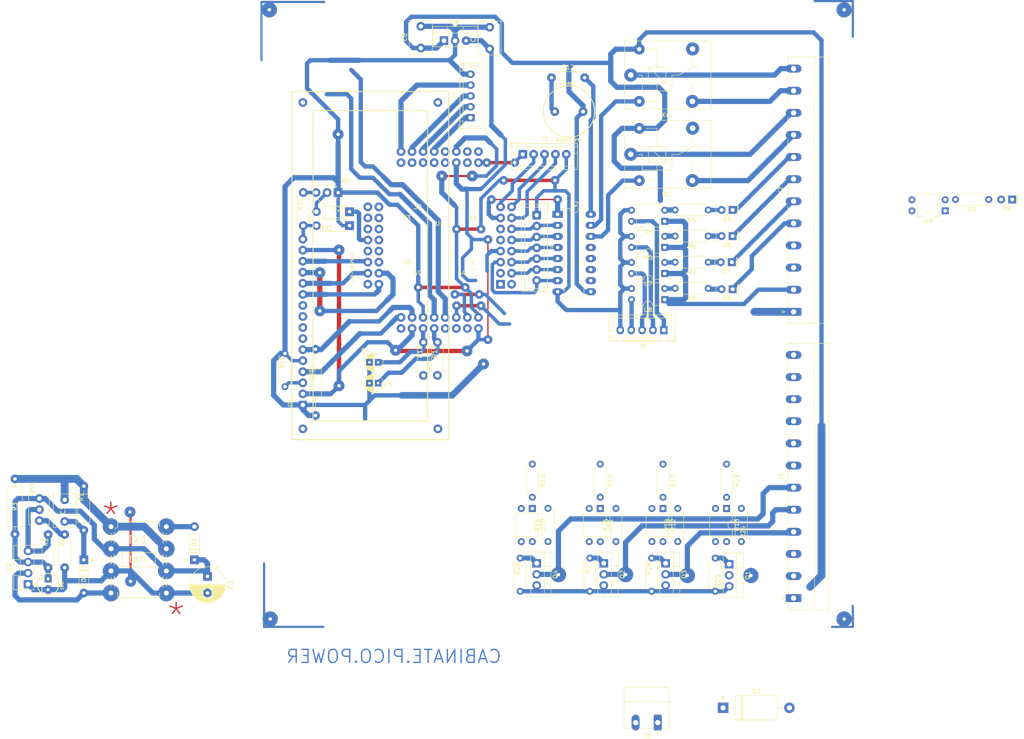
<source format=kicad_pcb>
(kicad_pcb (version 20171130) (host pcbnew "(5.1.6)-1")
  (layers (0 F.Cu signal) (31 B.Cu signal) (34 B.Paste user) (35 F.Paste user) (36 B.SilkS user) (37 F.SilkS user) (38 B.Mask user) (39 F.Mask user) (44 Edge.Cuts user))
  (net 0 "")
  (net 1 GND)
  (net 2 VCC)
  (net 3 "Net-(C1-Pad2)")
  (net 4 "Net-(D1-Pad2)")
  (net 5 +48V)
  (net 6 +12V)
  (net 7 "Net-(R2-Pad2)")
  (net 8 "Net-(D3-Pad2)")
  (net 9 "Net-(R4-Pad2)")
  (net 10 "Net-(Q2-Pad1)")
  (net 11 10)
  (net 12 12)
  (net 13 13)
  (net 14 "Net-(LCD1-Pad3)")
  (net 15 D7)
  (net 16 D6)
  (net 17 D5)
  (net 18 D4)
  (net 19 E)
  (net 20 RS)
  (net 21 REL5)
  (net 22 REL6)
  (net 23 "Net-(LS1-Pad-)")
  (net 24 "Net-(R12-Pad2)")
  (net 25 ADC7)
  (net 26 ADC5)
  (net 27 LED-)
  (net 28 "Net-(Q5-Pad3)")
  (net 29 "Net-(Q5-Pad2)")
  (net 30 "Net-(J1-Pad1)")
  (net 31 "Net-(J2-Pad12)")
  (net 32 "Net-(J2-Pad11)")
  (net 33 "Net-(J2-Pad10)")
  (net 34 "Net-(J2-Pad9)")
  (net 35 BKLED)
  (net 36 5)
  (net 37 4)
  (net 38 6)
  (net 39 8)
  (net 40 ENC4)
  (net 41 ENC3)
  (net 42 ENC2)
  (net 43 ENC1)
  (net 44 "Net-(J6-Pad4)")
  (net 45 "Net-(J6-Pad3)")
  (net 46 "Net-(J6-Pad2)")
  (net 47 "Net-(J6-Pad1)")
  (net 48 "Net-(R5-Pad2)")
  (net 49 A1)
  (net 50 +24V)
  (net 51 B1)
  (net 52 A2)
  (net 53 "Net-(R6-Pad2)")
  (net 54 "Net-(R7-Pad2)")
  (net 55 "Net-(R8-Pad2)")
  (net 56 B2)
  (net 57 "Net-(D5-Pad2)")
  (net 58 "Net-(D6-Pad2)")
  (net 59 "Net-(D7-Pad2)")
  (net 60 "Net-(D8-Pad2)")
  (net 61 "Net-(J7-Pad4)")
  (net 62 "Net-(J7-Pad3)")
  (net 63 "Net-(J7-Pad2)")
  (net 64 "Net-(J7-Pad1)")
  (net 65 "Net-(D9-Pad2)")
  (net 66 "Net-(R9-Pad2)")
  (net 67 "Net-(D2-Pad2)")
  (net 68 SW1)
  (net 69 SOL1)
  (net 70 SOL3)
  (net 71 SOL2)
  (net 72 "Net-(Q4-Pad1)")
  (net 73 SOL4)
  (net 74 "Net-(R10-Pad2)")
  (net 75 Q4)
  (net 76 "Net-(R14-Pad1)")
  (net 77 "Net-(R15-Pad2)")
  (net 78 "Net-(R16-Pad1)")
  (net 79 "Net-(Q1-Pad1)")
  (net 80 "Net-(Q3-Pad1)")
  (net 81 Q5)
  (net 82 "Net-(R17-Pad2)")
  (net 83 Q6)
  (net 84 "Net-(R18-Pad1)")
  (net 85 "Net-(R23-Pad2)")
  (net 86 Q7)
  (net 87 "Net-(R24-Pad1)")
  (module Resistor_THT:R_Axial_DIN0207_L6.3mm_D2.5mm_P7.62mm_Horizontal (layer F.Cu) (at 174 147.6 270)
    (fp_text reference R29 (at 5.23 -0.6 90) (layer F.SilkS))
    (fp_text value 100K)
    (pad 2 thru_hole oval (at 7.62 0 270) (size 1.6 1.6) (drill 0.8) (layers *.Cu *.Mask) (net 1 GND))
    (pad 1 thru_hole circle (at 0 0 270) (size 1.6 1.6) (drill 0.8) (layers *.Cu *.Mask) (net 79 "Net-(Q1-Pad1)"))
  )
  (module Resistor_THT:R_Axial_DIN0207_L6.3mm_D2.5mm_P7.62mm_Horizontal (layer F.Cu) (at 159.4 147.6 270)
    (fp_text reference R28 (at 2.4 0.6 90) (layer F.SilkS))
    (fp_text value 100K)
    (pad 2 thru_hole oval (at 7.62 0 270) (size 1.6 1.6) (drill 0.8) (layers *.Cu *.Mask) (net 1 GND))
    (pad 1 thru_hole circle (at 0 0 270) (size 1.6 1.6) (drill 0.8) (layers *.Cu *.Mask) (net 80 "Net-(Q3-Pad1)"))
  )
  (module Resistor_THT:R_Axial_DIN0207_L6.3mm_D2.5mm_P7.62mm_Horizontal (layer F.Cu) (at 145.2 147.6 270)
    (fp_text reference R27 (at 2.2 0.4 90) (layer F.SilkS))
    (fp_text value 100K)
    (pad 2 thru_hole oval (at 7.62 0 270) (size 1.6 1.6) (drill 0.8) (layers *.Cu *.Mask) (net 1 GND))
    (pad 1 thru_hole circle (at 0 0 270) (size 1.6 1.6) (drill 0.8) (layers *.Cu *.Mask) (net 10 "Net-(Q2-Pad1)"))
  )
  (module Resistor_THT:R_Axial_DIN0207_L6.3mm_D2.5mm_P7.62mm_Horizontal (layer F.Cu) (at 129.2 147.6 270)
    (fp_text reference R26 (at 2.4 0.6 90) (layer F.SilkS))
    (fp_text value 100K)
    (pad 2 thru_hole oval (at 7.62 0 270) (size 1.6 1.6) (drill 0.8) (layers *.Cu *.Mask) (net 1 GND))
    (pad 1 thru_hole circle (at 0 0 270) (size 1.6 1.6) (drill 0.8) (layers *.Cu *.Mask) (net 72 "Net-(Q4-Pad1)"))
  )
  (module Package_DIP:DIP-4_W7.62mm (layer F.Cu) (at 176.6 136.2 270)
    (fp_text reference U13 (at 3.81 -2.33 90) (layer F.SilkS))
    (fp_text value PC817)
    (pad 4 thru_hole oval (at 7.62 0 270) (size 1.6 1.6) (drill 0.8) (layers *.Cu *.Mask) (net 87 "Net-(R24-Pad1)"))
    (pad 2 thru_hole oval (at 0 2.54 270) (size 1.6 1.6) (drill 0.8) (layers *.Cu *.Mask) (net 1 GND))
    (pad 3 thru_hole oval (at 7.62 2.54 270) (size 1.6 1.6) (drill 0.8) (layers *.Cu *.Mask) (net 79 "Net-(Q1-Pad1)"))
    (pad 1 thru_hole rect (at 0 0 270) (size 1.6 1.6) (drill 0.8) (layers *.Cu *.Mask) (net 85 "Net-(R23-Pad2)"))
  )
  (module Resistor_THT:R_Axial_DIN0207_L6.3mm_D2.5mm_P7.62mm_Horizontal (layer F.Cu) (at 180 143.8 90)
    (fp_text reference R24 (at 2.2 0.4 90) (layer F.SilkS))
    (fp_text value 270E)
    (pad 2 thru_hole oval (at 7.62 0 90) (size 1.6 1.6) (drill 0.8) (layers *.Cu *.Mask) (net 2 VCC))
    (pad 1 thru_hole circle (at 0 0 90) (size 1.6 1.6) (drill 0.8) (layers *.Cu *.Mask) (net 87 "Net-(R24-Pad1)"))
  )
  (module Resistor_THT:R_Axial_DIN0207_L6.3mm_D2.5mm_P7.62mm_Horizontal (layer F.Cu) (at 176.6 126 270)
    (fp_text reference R23 (at 3.81 -2.37 90) (layer F.SilkS))
    (fp_text value 270E)
    (pad 2 thru_hole oval (at 7.62 0 270) (size 1.6 1.6) (drill 0.8) (layers *.Cu *.Mask) (net 85 "Net-(R23-Pad2)"))
    (pad 1 thru_hole circle (at 0 0 270) (size 1.6 1.6) (drill 0.8) (layers *.Cu *.Mask) (net 75 Q4))
  )
  (module Package_DIP:DIP-4_W7.62mm (layer F.Cu) (at 162 136.2 270)
    (fp_text reference U12 (at 3.81 -2.33 90) (layer F.SilkS))
    (fp_text value PC817)
    (pad 4 thru_hole oval (at 7.62 0 270) (size 1.6 1.6) (drill 0.8) (layers *.Cu *.Mask) (net 84 "Net-(R18-Pad1)"))
    (pad 2 thru_hole oval (at 0 2.54 270) (size 1.6 1.6) (drill 0.8) (layers *.Cu *.Mask) (net 1 GND))
    (pad 3 thru_hole oval (at 7.62 2.54 270) (size 1.6 1.6) (drill 0.8) (layers *.Cu *.Mask) (net 80 "Net-(Q3-Pad1)"))
    (pad 1 thru_hole rect (at 0 0 270) (size 1.6 1.6) (drill 0.8) (layers *.Cu *.Mask) (net 82 "Net-(R17-Pad2)"))
  )
  (module Resistor_THT:R_Axial_DIN0207_L6.3mm_D2.5mm_P7.62mm_Horizontal (layer F.Cu) (at 165.4 143.8 90)
    (fp_text reference R18 (at 3.81 -2.37 90) (layer F.SilkS))
    (fp_text value 270E)
    (pad 2 thru_hole oval (at 7.62 0 90) (size 1.6 1.6) (drill 0.8) (layers *.Cu *.Mask) (net 2 VCC))
    (pad 1 thru_hole circle (at 0 0 90) (size 1.6 1.6) (drill 0.8) (layers *.Cu *.Mask) (net 84 "Net-(R18-Pad1)"))
  )
  (module Resistor_THT:R_Axial_DIN0207_L6.3mm_D2.5mm_P7.62mm_Horizontal (layer F.Cu) (at 162 126 270)
    (fp_text reference R17 (at 3.81 -2.37 90) (layer F.SilkS))
    (fp_text value 270E)
    (pad 2 thru_hole oval (at 7.62 0 270) (size 1.6 1.6) (drill 0.8) (layers *.Cu *.Mask) (net 82 "Net-(R17-Pad2)"))
    (pad 1 thru_hole circle (at 0 0 270) (size 1.6 1.6) (drill 0.8) (layers *.Cu *.Mask) (net 81 Q5))
  )
  (module Package_DIP:DIP-4_W7.62mm (layer F.Cu) (at 147.6 136.2 270)
    (fp_text reference U11 (at 3.81 -2.33 90) (layer F.SilkS))
    (fp_text value PC817)
    (pad 4 thru_hole oval (at 7.62 0 270) (size 1.6 1.6) (drill 0.8) (layers *.Cu *.Mask) (net 78 "Net-(R16-Pad1)"))
    (pad 2 thru_hole oval (at 0 2.54 270) (size 1.6 1.6) (drill 0.8) (layers *.Cu *.Mask) (net 1 GND))
    (pad 3 thru_hole oval (at 7.62 2.54 270) (size 1.6 1.6) (drill 0.8) (layers *.Cu *.Mask) (net 10 "Net-(Q2-Pad1)"))
    (pad 1 thru_hole rect (at 0 0 270) (size 1.6 1.6) (drill 0.8) (layers *.Cu *.Mask) (net 77 "Net-(R15-Pad2)"))
  )
  (module Resistor_THT:R_Axial_DIN0207_L6.3mm_D2.5mm_P7.62mm_Horizontal (layer F.Cu) (at 151.2 143.8 90)
    (fp_text reference R16 (at 3.81 -2.37 90) (layer F.SilkS))
    (fp_text value 270E)
    (pad 2 thru_hole oval (at 7.62 0 90) (size 1.6 1.6) (drill 0.8) (layers *.Cu *.Mask) (net 2 VCC))
    (pad 1 thru_hole circle (at 0 0 90) (size 1.6 1.6) (drill 0.8) (layers *.Cu *.Mask) (net 78 "Net-(R16-Pad1)"))
  )
  (module Resistor_THT:R_Axial_DIN0207_L6.3mm_D2.5mm_P7.62mm_Horizontal (layer F.Cu) (at 147.6 126 270)
    (fp_text reference R15 (at 3.81 -2.37 90) (layer F.SilkS))
    (fp_text value 270E)
    (pad 2 thru_hole oval (at 7.62 0 270) (size 1.6 1.6) (drill 0.8) (layers *.Cu *.Mask) (net 77 "Net-(R15-Pad2)"))
    (pad 1 thru_hole circle (at 0 0 270) (size 1.6 1.6) (drill 0.8) (layers *.Cu *.Mask) (net 83 Q6))
  )
  (module Package_TO_SOT_THT:TO-220-3_Vertical (layer F.Cu) (at 133 148.8 270)
    (fp_text reference Q4 (at 2.54 -4.27 90) (layer F.SilkS))
    (fp_text value TIP122)
    (pad 3 thru_hole oval (at 5.08 0 270) (size 1.905 2) (drill 1.1) (layers *.Cu *.Mask) (net 1 GND))
    (pad 2 thru_hole oval (at 2.54 0 270) (size 1.905 2) (drill 1.1) (layers *.Cu *.Mask) (net 73 SOL4))
    (pad 1 thru_hole rect (at 0 0 270) (size 1.905 2) (drill 1.1) (layers *.Cu *.Mask) (net 72 "Net-(Q4-Pad1)"))
  )
  (module Resistor_THT:R_Axial_DIN0207_L6.3mm_D2.5mm_P7.62mm_Horizontal (layer F.Cu) (at 135.6 143.8 90)
    (fp_text reference R14 (at 3.81 -2.37 90) (layer F.SilkS))
    (fp_text value 270E)
    (pad 2 thru_hole oval (at 7.62 0 90) (size 1.6 1.6) (drill 0.8) (layers *.Cu *.Mask) (net 2 VCC))
    (pad 1 thru_hole circle (at 0 0 90) (size 1.6 1.6) (drill 0.8) (layers *.Cu *.Mask) (net 76 "Net-(R14-Pad1)"))
  )
  (module Package_DIP:DIP-4_W7.62mm (layer F.Cu) (at 132 136.2 270)
    (fp_text reference U10 (at 3.81 -2.33 90) (layer F.SilkS))
    (fp_text value PC817)
    (pad 4 thru_hole oval (at 7.62 0 270) (size 1.6 1.6) (drill 0.8) (layers *.Cu *.Mask) (net 76 "Net-(R14-Pad1)"))
    (pad 2 thru_hole oval (at 0 2.54 270) (size 1.6 1.6) (drill 0.8) (layers *.Cu *.Mask) (net 1 GND))
    (pad 3 thru_hole oval (at 7.62 2.54 270) (size 1.6 1.6) (drill 0.8) (layers *.Cu *.Mask) (net 72 "Net-(Q4-Pad1)"))
    (pad 1 thru_hole rect (at 0 0 270) (size 1.6 1.6) (drill 0.8) (layers *.Cu *.Mask) (net 74 "Net-(R10-Pad2)"))
  )
  (module Resistor_THT:R_Axial_DIN0207_L6.3mm_D2.5mm_P7.62mm_Horizontal (layer F.Cu) (at 132 126 270)
    (fp_text reference R10 (at 3.81 -2.37 90) (layer F.SilkS))
    (fp_text value 270E)
    (pad 2 thru_hole oval (at 7.62 0 270) (size 1.6 1.6) (drill 0.8) (layers *.Cu *.Mask) (net 74 "Net-(R10-Pad2)"))
    (pad 1 thru_hole circle (at 0 0 270) (size 1.6 1.6) (drill 0.8) (layers *.Cu *.Mask) (net 86 Q7))
  )
  (module Package_TO_SOT_THT:TO-220-3_Vertical (layer F.Cu) (at 162.6 148.8 270)
    (fp_text reference Q3 (at 2.54 -4.27 90) (layer F.SilkS))
    (fp_text value TIP122)
    (pad 3 thru_hole oval (at 5.08 0 270) (size 1.905 2) (drill 1.1) (layers *.Cu *.Mask) (net 1 GND))
    (pad 2 thru_hole oval (at 2.54 0 270) (size 1.905 2) (drill 1.1) (layers *.Cu *.Mask) (net 71 SOL2))
    (pad 1 thru_hole rect (at 0 0 270) (size 1.905 2) (drill 1.1) (layers *.Cu *.Mask) (net 80 "Net-(Q3-Pad1)"))
  )
  (module Package_TO_SOT_THT:TO-220-3_Vertical (layer F.Cu) (at 148.4 148.8 270)
    (fp_text reference Q2 (at 2.54 -4.27 90) (layer F.SilkS))
    (fp_text value TIP122)
    (pad 3 thru_hole oval (at 5.08 0 270) (size 1.905 2) (drill 1.1) (layers *.Cu *.Mask) (net 1 GND))
    (pad 2 thru_hole oval (at 2.54 0 270) (size 1.905 2) (drill 1.1) (layers *.Cu *.Mask) (net 70 SOL3))
    (pad 1 thru_hole rect (at 0 0 270) (size 1.905 2) (drill 1.1) (layers *.Cu *.Mask) (net 10 "Net-(Q2-Pad1)"))
  )
  (module Package_TO_SOT_THT:TO-220-3_Vertical (layer F.Cu) (at 177.2 149 270)
    (fp_text reference Q1 (at 2.54 -4.27 90) (layer F.SilkS))
    (fp_text value TIP122)
    (pad 3 thru_hole oval (at 5.08 0 270) (size 1.905 2) (drill 1.1) (layers *.Cu *.Mask) (net 1 GND))
    (pad 2 thru_hole oval (at 2.54 0 270) (size 1.905 2) (drill 1.1) (layers *.Cu *.Mask) (net 69 SOL1))
    (pad 1 thru_hole rect (at 0 0 270) (size 1.905 2) (drill 1.1) (layers *.Cu *.Mask) (net 79 "Net-(Q1-Pad1)"))
  )
  (module Package_DIP:DIP-4_W7.62mm (layer F.Cu) (at 226.8 67.8 180)
    (fp_text reference U9 (at 3.81 -2.33) (layer F.SilkS))
    (fp_text value PC817)
    (pad 4 thru_hole oval (at 7.62 0 180) (size 1.6 1.6) (drill 0.8) (layers *.Cu *.Mask))
    (pad 2 thru_hole oval (at 0 2.54 180) (size 1.6 1.6) (drill 0.8) (layers *.Cu *.Mask) (net 66 "Net-(R9-Pad2)"))
    (pad 3 thru_hole oval (at 7.62 2.54 180) (size 1.6 1.6) (drill 0.8) (layers *.Cu *.Mask) (net 1 GND))
    (pad 1 thru_hole rect (at 0 0 180) (size 1.6 1.6) (drill 0.8) (layers *.Cu *.Mask) (net 50 +24V))
  )
  (module Resistor_THT:R_Axial_DIN0207_L6.3mm_D2.5mm_P7.62mm_Horizontal (layer F.Cu) (at 236.8 65.2 180)
    (fp_text reference R9 (at 3.81 -2.37) (layer F.SilkS))
    (fp_text value 3K3)
    (pad 2 thru_hole oval (at 7.62 0 180) (size 1.6 1.6) (drill 0.8) (layers *.Cu *.Mask) (net 66 "Net-(R9-Pad2)"))
    (pad 1 thru_hole circle (at 0 0 180) (size 1.6 1.6) (drill 0.8) (layers *.Cu *.Mask) (net 65 "Net-(D9-Pad2)"))
  )
  (module LED_THT:LED_Rectangular_W5.0mm_H2.0mm (layer F.Cu) (at 242.2 65.2 180)
    (fp_text reference D9 (at 1.27 -2.06) (layer F.SilkS))
    (fp_text value LED_Small)
    (pad 2 thru_hole circle (at 2.54 0 180) (size 1.8 1.8) (drill 0.9) (layers *.Cu *.Mask) (net 65 "Net-(D9-Pad2)"))
    (pad 1 thru_hole rect (at 0 0 180) (size 1.8 1.8) (drill 0.9) (layers *.Cu *.Mask) (net 68 SW1))
  )
  (module Connector_JST:JST_XH_B5B-XH-A_1x05_P2.50mm_Vertical (layer F.Cu) (at 117.8 46.4 90)
    (fp_text reference J7 (at 5 -3.55 90) (layer F.SilkS))
    (fp_text value Conn_01x05)
    (pad 5 thru_hole oval (at 10 0 90) (size 1.7 1.95) (drill 0.95) (layers *.Cu *.Mask) (net 1 GND))
    (pad 4 thru_hole oval (at 7.5 0 90) (size 1.7 1.95) (drill 0.95) (layers *.Cu *.Mask) (net 61 "Net-(J7-Pad4)"))
    (pad 3 thru_hole oval (at 5 0 90) (size 1.7 1.95) (drill 0.95) (layers *.Cu *.Mask) (net 62 "Net-(J7-Pad3)"))
    (pad 2 thru_hole oval (at 2.5 0 90) (size 1.7 1.95) (drill 0.95) (layers *.Cu *.Mask) (net 63 "Net-(J7-Pad2)"))
    (pad 1 thru_hole roundrect (at 0 0 90) (size 1.7 1.95) (drill 0.95) (layers *.Cu *.Mask) (roundrect_rratio 0.147059) (net 64 "Net-(J7-Pad1)"))
  )
  (module Diode_THT:D_DO-27_P15.24mm_Horizontal (layer F.Cu) (at 175.8 182)
    (fp_text reference D2 (at 7.62 -3.785) (layer F.SilkS))
    (fp_text value D_Small)
    (fp_text user K (at 0 -2.2) (layer F.SilkS))
    (pad 2 thru_hole oval (at 15.24 0) (size 2.4 2.4) (drill 1.2) (layers *.Cu *.Mask) (net 67 "Net-(D2-Pad2)"))
    (pad 1 thru_hole rect (at 0 0) (size 2.4 2.4) (drill 1.2) (layers *.Cu *.Mask) (net 5 +48V))
  )
  (module LED_THT:LED_Rectangular_W5.0mm_H2.0mm (layer F.Cu) (at 178 85.8 180)
    (fp_text reference D8 (at 1.27 -2.06) (layer F.SilkS))
    (fp_text value LED_Small)
    (pad 2 thru_hole circle (at 2.54 0 180) (size 1.8 1.8) (drill 0.9) (layers *.Cu *.Mask) (net 60 "Net-(D8-Pad2)"))
    (pad 1 thru_hole rect (at 0 0 180) (size 1.8 1.8) (drill 0.9) (layers *.Cu *.Mask) (net 56 B2))
  )
  (module LED_THT:LED_Rectangular_W5.0mm_H2.0mm (layer F.Cu) (at 177.8 79.6 180)
    (fp_text reference D7 (at 1.27 -2.06) (layer F.SilkS))
    (fp_text value LED_Small)
    (pad 2 thru_hole circle (at 2.54 0 180) (size 1.8 1.8) (drill 0.9) (layers *.Cu *.Mask) (net 59 "Net-(D7-Pad2)"))
    (pad 1 thru_hole rect (at 0 0 180) (size 1.8 1.8) (drill 0.9) (layers *.Cu *.Mask) (net 52 A2))
  )
  (module LED_THT:LED_Rectangular_W5.0mm_H2.0mm (layer F.Cu) (at 178 73.6 180)
    (fp_text reference D6 (at 1.27 -2.06) (layer F.SilkS))
    (fp_text value LED_Small)
    (pad 2 thru_hole circle (at 2.54 0 180) (size 1.8 1.8) (drill 0.9) (layers *.Cu *.Mask) (net 58 "Net-(D6-Pad2)"))
    (pad 1 thru_hole rect (at 0 0 180) (size 1.8 1.8) (drill 0.9) (layers *.Cu *.Mask) (net 51 B1))
  )
  (module Resistor_THT:R_Axial_DIN0207_L6.3mm_D2.5mm_P7.62mm_Horizontal (layer F.Cu) (at 172.4 85.6 180)
    (fp_text reference R8 (at 3.81 -2.37) (layer F.SilkS))
    (fp_text value 3K3)
    (pad 2 thru_hole oval (at 7.62 0 180) (size 1.6 1.6) (drill 0.8) (layers *.Cu *.Mask) (net 55 "Net-(R8-Pad2)"))
    (pad 1 thru_hole circle (at 0 0 180) (size 1.6 1.6) (drill 0.8) (layers *.Cu *.Mask) (net 60 "Net-(D8-Pad2)"))
  )
  (module Resistor_THT:R_Axial_DIN0207_L6.3mm_D2.5mm_P7.62mm_Horizontal (layer F.Cu) (at 172.4 79.6 180)
    (fp_text reference R7 (at 3.81 -2.37) (layer F.SilkS))
    (fp_text value 3K3)
    (pad 2 thru_hole oval (at 7.62 0 180) (size 1.6 1.6) (drill 0.8) (layers *.Cu *.Mask) (net 54 "Net-(R7-Pad2)"))
    (pad 1 thru_hole circle (at 0 0 180) (size 1.6 1.6) (drill 0.8) (layers *.Cu *.Mask) (net 59 "Net-(D7-Pad2)"))
  )
  (module Resistor_THT:R_Axial_DIN0207_L6.3mm_D2.5mm_P7.62mm_Horizontal (layer F.Cu) (at 172.4 73.6 180)
    (fp_text reference R6 (at 3.81 -2.37) (layer F.SilkS))
    (fp_text value 3K3)
    (pad 2 thru_hole oval (at 7.62 0 180) (size 1.6 1.6) (drill 0.8) (layers *.Cu *.Mask) (net 53 "Net-(R6-Pad2)"))
    (pad 1 thru_hole circle (at 0 0 180) (size 1.6 1.6) (drill 0.8) (layers *.Cu *.Mask) (net 58 "Net-(D6-Pad2)"))
  )
  (module Resistor_THT:R_Axial_DIN0207_L6.3mm_D2.5mm_P7.62mm_Horizontal (layer F.Cu) (at 172.4 67.6 180)
    (fp_text reference R5 (at 3.81 -2.37) (layer F.SilkS))
    (fp_text value 3K3)
    (pad 2 thru_hole oval (at 7.62 0 180) (size 1.6 1.6) (drill 0.8) (layers *.Cu *.Mask) (net 48 "Net-(R5-Pad2)"))
    (pad 1 thru_hole circle (at 0 0 180) (size 1.6 1.6) (drill 0.8) (layers *.Cu *.Mask) (net 57 "Net-(D5-Pad2)"))
  )
  (module LED_THT:LED_Rectangular_W5.0mm_H2.0mm (layer F.Cu) (at 178 67.6 180)
    (fp_text reference D5 (at 1.27 -2.06) (layer F.SilkS))
    (fp_text value LED_Small)
    (pad 2 thru_hole circle (at 2.54 0 180) (size 1.8 1.8) (drill 0.9) (layers *.Cu *.Mask) (net 57 "Net-(D5-Pad2)"))
    (pad 1 thru_hole rect (at 0 0 180) (size 1.8 1.8) (drill 0.9) (layers *.Cu *.Mask) (net 49 A1))
  )
  (module Package_DIP:DIP-4_W7.62mm (layer F.Cu) (at 162.4 88.2 180)
    (fp_text reference U8 (at 3.81 -2.33) (layer F.SilkS))
    (fp_text value PC817)
    (pad 4 thru_hole oval (at 7.62 0 180) (size 1.6 1.6) (drill 0.8) (layers *.Cu *.Mask) (net 44 "Net-(J6-Pad4)"))
    (pad 2 thru_hole oval (at 0 2.54 180) (size 1.6 1.6) (drill 0.8) (layers *.Cu *.Mask) (net 55 "Net-(R8-Pad2)"))
    (pad 3 thru_hole oval (at 7.62 2.54 180) (size 1.6 1.6) (drill 0.8) (layers *.Cu *.Mask) (net 1 GND))
    (pad 1 thru_hole rect (at 0 0 180) (size 1.6 1.6) (drill 0.8) (layers *.Cu *.Mask) (net 50 +24V))
  )
  (module Package_DIP:DIP-4_W7.62mm (layer F.Cu) (at 162.4 82.2 180)
    (fp_text reference U7 (at 3.81 -2.33) (layer F.SilkS))
    (fp_text value PC817)
    (pad 4 thru_hole oval (at 7.62 0 180) (size 1.6 1.6) (drill 0.8) (layers *.Cu *.Mask) (net 45 "Net-(J6-Pad3)"))
    (pad 2 thru_hole oval (at 0 2.54 180) (size 1.6 1.6) (drill 0.8) (layers *.Cu *.Mask) (net 54 "Net-(R7-Pad2)"))
    (pad 3 thru_hole oval (at 7.62 2.54 180) (size 1.6 1.6) (drill 0.8) (layers *.Cu *.Mask) (net 1 GND))
    (pad 1 thru_hole rect (at 0 0 180) (size 1.6 1.6) (drill 0.8) (layers *.Cu *.Mask) (net 50 +24V))
  )
  (module Package_DIP:DIP-4_W7.62mm (layer F.Cu) (at 162.4 76.2 180)
    (fp_text reference U5 (at 3.81 -2.33) (layer F.SilkS))
    (fp_text value PC817)
    (pad 4 thru_hole oval (at 7.62 0 180) (size 1.6 1.6) (drill 0.8) (layers *.Cu *.Mask) (net 46 "Net-(J6-Pad2)"))
    (pad 2 thru_hole oval (at 0 2.54 180) (size 1.6 1.6) (drill 0.8) (layers *.Cu *.Mask) (net 53 "Net-(R6-Pad2)"))
    (pad 3 thru_hole oval (at 7.62 2.54 180) (size 1.6 1.6) (drill 0.8) (layers *.Cu *.Mask) (net 1 GND))
    (pad 1 thru_hole rect (at 0 0 180) (size 1.6 1.6) (drill 0.8) (layers *.Cu *.Mask) (net 50 +24V))
  )
  (module Package_DIP:DIP-4_W7.62mm (layer F.Cu) (at 162.4 70.2 180)
    (fp_text reference U4 (at 3.81 -2.33) (layer F.SilkS))
    (fp_text value PC817)
    (pad 4 thru_hole oval (at 7.62 0 180) (size 1.6 1.6) (drill 0.8) (layers *.Cu *.Mask) (net 47 "Net-(J6-Pad1)"))
    (pad 2 thru_hole oval (at 0 2.54 180) (size 1.6 1.6) (drill 0.8) (layers *.Cu *.Mask) (net 48 "Net-(R5-Pad2)"))
    (pad 3 thru_hole oval (at 7.62 2.54 180) (size 1.6 1.6) (drill 0.8) (layers *.Cu *.Mask) (net 1 GND))
    (pad 1 thru_hole rect (at 0 0 180) (size 1.6 1.6) (drill 0.8) (layers *.Cu *.Mask) (net 50 +24V))
  )
  (module Connector_JST:JST_XH_B5B-XH-A_1x05_P2.50mm_Vertical (layer F.Cu) (at 162.2 95.2 180)
    (fp_text reference J6 (at 5 -3.55) (layer F.SilkS))
    (fp_text value Conn_01x05)
    (pad 5 thru_hole oval (at 10 0 180) (size 1.7 1.95) (drill 0.95) (layers *.Cu *.Mask) (net 1 GND))
    (pad 4 thru_hole oval (at 7.5 0 180) (size 1.7 1.95) (drill 0.95) (layers *.Cu *.Mask) (net 44 "Net-(J6-Pad4)"))
    (pad 3 thru_hole oval (at 5 0 180) (size 1.7 1.95) (drill 0.95) (layers *.Cu *.Mask) (net 45 "Net-(J6-Pad3)"))
    (pad 2 thru_hole oval (at 2.5 0 180) (size 1.7 1.95) (drill 0.95) (layers *.Cu *.Mask) (net 46 "Net-(J6-Pad2)"))
    (pad 1 thru_hole roundrect (at 0 0 180) (size 1.7 1.95) (drill 0.95) (layers *.Cu *.Mask) (roundrect_rratio 0.147059) (net 47 "Net-(J6-Pad1)"))
  )
  (module Resistor_THT:R_Axial_DIN0207_L6.3mm_D2.5mm_P15.24mm_Horizontal (layer F.Cu) (at 82.2 99.6 270)
    (fp_text reference R25 (at 5.8 0.6 90) (layer F.SilkS))
    (fp_text value 3K3)
    (pad 2 thru_hole oval (at 15.24 0 270) (size 2 2) (drill 0.8) (layers *.Cu *.Mask) (net 1 GND))
    (pad 1 thru_hole circle (at 0 0 270) (size 2 2) (drill 0.8) (layers *.Cu *.Mask) (net 19 E))
  )
  (module Displays:LCD-16X2 (layer F.Cu) (at 94.8 80.4 90)
    (fp_text reference LCD1 (at -31.75 -18.542 90) (layer F.SilkS) (effects (font (size 0.6096 0.6096) (thickness 0.127))))
    (fp_text value LCD-16X2SILK (at -0.4 -4.2 90) (layer F.SilkS) (effects (font (size 0.6096 0.6096) (thickness 0.127))))
    (pad "" thru_hole circle (at 37.49802 15.49908 90) (size 2 2) (drill 1.016) (layers *.Cu *.Mask))
    (pad "" thru_hole circle (at 37.49802 -15.49908 90) (size 2 2) (drill 1.016) (layers *.Cu *.Mask))
    (pad "" thru_hole circle (at -37.49802 15.49908 90) (size 2 2) (drill 1.016) (layers *.Cu *.Mask))
    (pad "" thru_hole circle (at -37.49802 -15.49908 90) (size 2 2) (drill 1.016) (layers *.Cu *.Mask))
    (pad 16 thru_hole circle (at 6.09854 -15.49908 90) (size 2 2) (drill 1.016) (layers *.Cu *.Mask) (net 27 LED-))
    (pad 15 thru_hole circle (at 3.55854 -15.49908 90) (size 2 2) (drill 1.016) (layers *.Cu *.Mask) (net 2 VCC))
    (pad 14 thru_hole circle (at 1.01854 -15.49908 90) (size 2 2) (drill 1.016) (layers *.Cu *.Mask) (net 15 D7))
    (pad 13 thru_hole circle (at -1.51892 -15.49908 90) (size 2 2) (drill 1.016) (layers *.Cu *.Mask) (net 16 D6))
    (pad 12 thru_hole circle (at -4.05892 -15.49908 90) (size 2 2) (drill 1.016) (layers *.Cu *.Mask) (net 17 D5))
    (pad 11 thru_hole circle (at -6.59892 -15.49908 90) (size 2 2) (drill 1.016) (layers *.Cu *.Mask) (net 18 D4))
    (pad 10 thru_hole circle (at -9.13892 -15.49908 90) (size 2 2) (drill 1.016) (layers *.Cu *.Mask))
    (pad 9 thru_hole circle (at -11.67892 -15.49908 90) (size 2 2) (drill 1.016) (layers *.Cu *.Mask))
    (pad 8 thru_hole circle (at -14.21892 -15.49908 90) (size 2 2) (drill 1.016) (layers *.Cu *.Mask))
    (pad 7 thru_hole circle (at -16.75892 -15.49908 90) (size 2 2) (drill 1.016) (layers *.Cu *.Mask))
    (pad 6 thru_hole circle (at -19.29892 -15.49908 90) (size 2 2) (drill 1.016) (layers *.Cu *.Mask) (net 19 E))
    (pad 5 thru_hole circle (at -21.83892 -15.49908 90) (size 2 2) (drill 1.016) (layers *.Cu *.Mask) (net 1 GND))
    (pad 4 thru_hole circle (at -24.37892 -15.49908 90) (size 2 2) (drill 1.016) (layers *.Cu *.Mask) (net 20 RS))
    (pad 3 thru_hole circle (at -26.91892 -15.49908 90) (size 2 2) (drill 1.016) (layers *.Cu *.Mask) (net 14 "Net-(LCD1-Pad3)"))
    (pad 2 thru_hole circle (at -29.45892 -15.49908 90) (size 2 2) (drill 1.016) (layers *.Cu *.Mask) (net 2 VCC))
    (pad 1 thru_hole rect (at -31.99892 -15.49908 90) (size 1.8796 1.8796) (drill 1.016) (layers *.Cu *.Mask) (net 1 GND))
  )
  (module Connector_JST:JST_XH_B5B-XH-A_1x05_P2.50mm_Vertical (layer F.Cu) (at 129.8 54.8)
    (fp_text reference J5 (at 5 -3.55) (layer F.SilkS))
    (fp_text value Conn_01x05)
    (pad 5 thru_hole oval (at 10 0) (size 2 2) (drill 0.95) (layers *.Cu *.Mask) (net 1 GND))
    (pad 4 thru_hole oval (at 7.5 0) (size 2 2) (drill 0.95) (layers *.Cu *.Mask) (net 43 ENC1))
    (pad 3 thru_hole oval (at 5 0) (size 2 2) (drill 0.95) (layers *.Cu *.Mask) (net 41 ENC3))
    (pad 2 thru_hole oval (at 2.5 0) (size 2 2) (drill 0.95) (layers *.Cu *.Mask) (net 42 ENC2))
    (pad 1 thru_hole roundrect (at 0 0) (size 2 2) (drill 0.95) (layers *.Cu *.Mask) (roundrect_rratio 0.147) (net 40 ENC4))
  )
  (module Connector_JST:JST_XH_B7B-XH-A_1x07_P2.50mm_Vertical (layer F.Cu) (at 133 68.8 270)
    (fp_text reference J4 (at 7.5 -3.55 90) (layer F.SilkS))
    (fp_text value Conn_01x07)
    (pad 7 thru_hole oval (at 15 0 270) (size 2 2) (drill 0.95) (layers *.Cu *.Mask) (net 36 5))
    (pad 6 thru_hole oval (at 12.5 0 270) (size 2 2) (drill 0.95) (layers *.Cu *.Mask) (net 37 4))
    (pad 5 thru_hole oval (at 10 0 270) (size 2 2) (drill 0.95) (layers *.Cu *.Mask) (net 38 6))
    (pad 4 thru_hole oval (at 7.5 0 270) (size 2 2) (drill 0.95) (layers *.Cu *.Mask) (net 39 8))
    (pad 3 thru_hole oval (at 5 0 270) (size 2 2) (drill 0.95) (layers *.Cu *.Mask) (net 11 10))
    (pad 2 thru_hole oval (at 2.5 0 270) (size 2 2) (drill 0.95) (layers *.Cu *.Mask) (net 12 12))
    (pad 1 thru_hole roundrect (at 0 0 270) (size 2 2) (drill 0.95) (layers *.Cu *.Mask) (roundrect_rratio 0.147) (net 1 GND))
  )
  (module Connector_Phoenix_MC_HighVoltage:PhoenixContact_MC_1,5_2-G-5.08_1x02_P5.08mm_Horizontal (layer F.Cu) (at 160.8 185.4 180)
    (fp_text reference J3 (at 2.54 -3) (layer F.SilkS))
    (fp_text value Conn_01x02)
    (pad 2 thru_hole oval (at 5.08 0 180) (size 1.8 3.6) (drill 1.2) (layers *.Cu *.Mask) (net 1 GND))
    (pad 1 thru_hole roundrect (at 0 0 180) (size 1.8 3.6) (drill 1.2) (layers *.Cu *.Mask) (roundrect_rratio 0.138889) (net 30 "Net-(J1-Pad1)"))
  )
  (module Resistor_THT:R_Axial_DIN0207_L6.3mm_D2.5mm_P7.62mm_Horizontal (layer F.Cu) (at 82.4 71.2)
    (fp_text reference R22 (at 2.2 0.6) (layer F.SilkS))
    (fp_text value 3K3)
    (pad 2 thru_hole rect (at 7.62 0) (size 2 2) (drill 0.8) (layers *.Cu *.Mask) (net 1 GND))
    (pad 1 thru_hole circle (at 0 0) (size 2 2) (drill 1.016) (layers *.Cu *.Mask) (net 27 LED-))
  )
  (module Resistor_THT:R_Axial_DIN0207_L6.3mm_D2.5mm_P7.62mm_Horizontal (layer F.Cu) (at 79.4 71.2 90)
    (fp_text reference R21 (at 5 -0.6 90) (layer F.SilkS))
    (fp_text value 1k)
    (pad 2 thru_hole circle (at 7.62 0 90) (size 2 2) (drill 1.016) (layers *.Cu *.Mask) (net 28 "Net-(Q5-Pad3)"))
    (pad 1 thru_hole circle (at 0 0 90) (size 2 2) (drill 1.016) (layers *.Cu *.Mask) (net 27 LED-))
  )
  (module Resistor_THT:R_Axial_DIN0207_L6.3mm_D2.5mm_P7.62mm_Horizontal (layer F.Cu) (at 82.4 68)
    (fp_text reference R20 (at 5.2 -0.6) (layer F.SilkS))
    (fp_text value 3K3)
    (pad 2 thru_hole rect (at 7.62 0) (size 2 2) (drill 0.8) (layers *.Cu *.Mask) (net 35 BKLED))
    (pad 1 thru_hole circle (at 0 0) (size 2 2) (drill 1.016) (layers *.Cu *.Mask) (net 29 "Net-(Q5-Pad2)"))
  )
  (module Package_TO_SOT_THT:TO-92L_Inline_Wide (layer F.Cu) (at 87.4 63.6 180)
    (fp_text reference Q5 (at -1.8 2.8) (layer F.SilkS))
    (fp_text value PN2222A)
    (pad 1 thru_hole rect (at 0 0 270) (size 2 2) (drill 0.8) (layers *.Cu *.Mask) (net 1 GND))
    (pad 3 thru_hole circle (at 5.08 0 180) (size 2 2) (drill 1.016) (layers *.Cu *.Mask) (net 28 "Net-(Q5-Pad3)"))
    (pad 2 thru_hole circle (at 2.54 0 180) (size 2 2) (drill 1.016) (layers *.Cu *.Mask) (net 29 "Net-(Q5-Pad2)"))
  )
  (module Capacitor_THT:C_Disc_D7.5mm_W5.0mm_P5.00mm (layer F.Cu) (at 122.2 30.6 90)
    (fp_text reference C7 (at 2.5 -3.75 90) (layer F.SilkS))
    (fp_text value C_Small)
    (pad 2 thru_hole circle (at 5 0 90) (size 2 2) (drill 1) (layers *.Cu *.Mask) (net 1 GND))
    (pad 1 thru_hole circle (at 0 0 90) (size 2 2) (drill 1) (layers *.Cu *.Mask) (net 2 VCC))
  )
  (module Capacitor_THT:C_Disc_D7.5mm_W5.0mm_P5.00mm (layer F.Cu) (at 106.4 30.4 90)
    (fp_text reference C6 (at 2.5 -3.75 90) (layer F.SilkS))
    (fp_text value C_Small)
    (pad 2 thru_hole circle (at 5 0 90) (size 2 2) (drill 1) (layers *.Cu *.Mask) (net 1 GND))
    (pad 1 thru_hole circle (at 0 0 90) (size 2 2) (drill 1) (layers *.Cu *.Mask) (net 6 +12V))
  )
  (module Package_TO_SOT_THT:TO-220-3_Vertical (layer F.Cu) (at 111.71 28.7)
    (fp_text reference U6 (at 2.54 -4.27) (layer F.SilkS))
    (fp_text value LM7805_TO220)
    (pad 3 thru_hole oval (at 5.08 0) (size 2 2) (drill 0.8) (layers *.Cu *.Mask) (net 2 VCC))
    (pad 2 thru_hole oval (at 2.54 0) (size 1.905 2) (drill 1.1) (layers *.Cu *.Mask) (net 1 GND))
    (pad 1 thru_hole rect (at 0 0) (size 1.905 2) (drill 1.1) (layers *.Cu *.Mask) (net 6 +12V))
  )
  (module Resistor_THT:R_Axial_DIN0207_L6.3mm_D2.5mm_P7.62mm_Horizontal (layer F.Cu) (at 110.2 98 270)
    (fp_text reference R19 (at 2.2 0.6 90) (layer F.SilkS))
    (fp_text value 3K3)
    (pad 2 thru_hole oval (at 7.62 0) (size 2 2) (drill 1) (layers *.Cu *.Mask))
    (pad 1 thru_hole oval (at 0 0) (size 2 2) (drill 1) (layers *.Cu *.Mask) (net 26 ADC5))
  )
  (module Capacitor_THT:CP_Radial_D4.0mm_P2.00mm (layer F.Cu) (at 96.6 107.4 180)
    (fp_text reference C5 (at -2.2 -0.2) (layer F.SilkS))
    (fp_text value CP)
    (pad 2 thru_hole circle (at 2 0 180) (size 2 2) (drill 0.6) (layers *.Cu *.Mask) (net 1 GND))
    (pad 1 thru_hole rect (at 0 0 180) (size 1.5 1.5) (drill 0.6) (layers *.Cu *.Mask) (net 26 ADC5))
  )
  (module Resistor_THT:R_Axial_DIN0207_L6.3mm_D2.5mm_P7.62mm_Horizontal (layer F.Cu) (at 107 98 270)
    (fp_text reference R13 (at 2.2 0.8 90) (layer F.SilkS))
    (fp_text value 3K3)
    (pad 2 thru_hole oval (at 7.62 0) (size 2 2) (drill 1) (layers *.Cu *.Mask))
    (pad 1 thru_hole oval (at 0 0) (size 2 2) (drill 1) (layers *.Cu *.Mask) (net 25 ADC7))
  )
  (module Capacitor_THT:CP_Radial_D4.0mm_P2.00mm (layer F.Cu) (at 96.6 102.6 180)
    (fp_text reference C4 (at 3 2.6) (layer F.SilkS))
    (fp_text value CP)
    (pad 2 thru_hole circle (at 2 0 180) (size 2 2) (drill 0.6) (layers *.Cu *.Mask) (net 1 GND))
    (pad 1 thru_hole rect (at 0 0 180) (size 1.5 1.5) (drill 0.6) (layers *.Cu *.Mask) (net 25 ADC7))
  )
  (module Resistor_THT:R_Axial_DIN0207_L6.3mm_D2.5mm_P7.62mm_Horizontal (layer F.Cu) (at 136.4 37.2)
    (fp_text reference R12 (at 3.81 -2.37) (layer F.SilkS))
    (fp_text value 100E)
    (pad 2 thru_hole oval (at 7.62 0) (size 2 2) (drill 0.8) (layers *.Cu *.Mask) (net 24 "Net-(R12-Pad2)"))
    (pad 1 thru_hole oval (at 0 0) (size 2 2) (drill 0.8) (layers *.Cu *.Mask) (net 23 "Net-(LS1-Pad-)"))
  )
  (module Electromechanical:BUZZER-12MM (layer F.Cu) (at 140.4 45)
    (fp_text reference LS1 (at 0 -6.477) (layer F.SilkS) (effects (font (size 0.6096 0.6096) (thickness 0.127))))
    (fp_text value BUZZER-PTH (at 0 6.604) (layer F.SilkS) (effects (font (size 0.6096 0.6096) (thickness 0.127))))
    (pad - thru_hole circle (at -3.24866 0) (size 2 2) (drill 0.89916) (layers *.Cu *.Mask) (net 23 "Net-(LS1-Pad-)"))
    (pad + thru_hole circle (at 3.24866 0) (size 2 2) (drill 0.89916) (layers *.Cu *.Mask) (net 6 +12V))
  )
  (module Resistor_THT:R_Axial_DIN0207_L6.3mm_D2.5mm_P7.62mm_Horizontal (layer F.Cu) (at 75.2 108.2 90)
    (fp_text reference R11 (at 5.6 -0.6 90) (layer F.SilkS))
    (fp_text value 3K3)
    (pad 2 thru_hole oval (at 7.62 0 90) (size 1.6 1.6) (drill 0.8) (layers *.Cu *.Mask) (net 1 GND))
    (pad 1 thru_hole circle (at 0 0 90) (size 1.6 1.6) (drill 0.8) (layers *.Cu *.Mask) (net 14 "Net-(LCD1-Pad3)"))
  )
  (module Resistor_THT:R_Axial_DIN0207_L6.3mm_D2.5mm_P7.62mm_Horizontal (layer F.Cu) (at 24.6 149.8 90)
    (fp_text reference R4 (at 5.8 -0.4 90) (layer F.SilkS))
    (fp_text value 2K2)
    (pad 2 thru_hole oval (at 7.62 0 90) (size 2 2) (drill 0.8) (layers *.Cu *.Mask) (net 9 "Net-(R4-Pad2)"))
    (pad 1 thru_hole circle (at 0 0 90) (size 2 2) (drill 0.8) (layers *.Cu *.Mask) (net 1 GND))
  )
  (module Potentiometer_THT:Potentiometer_Bourns_3266Y_Vertical (layer F.Cu) (at 18.8 139 270)
    (fp_text reference RV1 (at -7.6 1.6 90) (layer F.SilkS))
    (fp_text value 10K)
    (pad 3 thru_hole oval (at -5.08 0) (size 2 2) (drill 1) (layers *.Cu *.Mask) (net 6 +12V))
    (pad 2 thru_hole oval (at -2.54 0) (size 2 2) (drill 1) (layers *.Cu *.Mask) (net 7 "Net-(R2-Pad2)"))
    (pad 1 thru_hole oval (at 0 0) (size 2 2) (drill 1) (layers *.Cu *.Mask) (net 9 "Net-(R4-Pad2)"))
  )
  (module Capacitor_THT:CP_Radial_D8.0mm_P3.80mm (layer F.Cu) (at 57.4 151.8 270)
    (fp_text reference C3 (at 1.9 -5.25 90) (layer F.SilkS))
    (fp_text value 100uF)
    (pad 2 thru_hole circle (at 3.8 0 270) (size 2 2) (drill 0.8) (layers *.Cu *.Mask) (net 1 GND))
    (pad 1 thru_hole rect (at 0 0 270) (size 2 2) (drill 0.8) (layers *.Cu *.Mask) (net 6 +12V))
  )
  (module Diode_THT:D_DO-35_SOD27_P7.62mm_Horizontal (layer F.Cu) (at 54.4 148 90)
    (fp_text reference D3 (at 4.022629 -0.02554 90) (layer F.SilkS))
    (fp_text value FR107)
    (fp_text user K (at 0 -1.8 90) (layer F.SilkS))
    (pad 2 thru_hole oval (at 7.62 0 180) (size 2 2) (drill 1) (layers *.Cu *.Mask) (net 8 "Net-(D3-Pad2)"))
    (pad 1 thru_hole rect (at 0 0 90) (size 2 2) (drill 0.8) (layers *.Cu *.Mask) (net 6 +12V))
  )
  (module Resistor_THT:R_Axial_DIN0309_L9.0mm_D3.2mm_P12.70mm_Horizontal (layer F.Cu) (at 13.2 129.4 270)
    (fp_text reference R3 (at 6.35 0 90) (layer F.SilkS))
    (fp_text value 47K1W)
    (pad 2 thru_hole oval (at 12.7 0 270) (size 2 2) (drill 0.8) (layers *.Cu *.Mask) (net 6 +12V))
    (pad 1 thru_hole circle (at 0 0 270) (size 2 2) (drill 0.8) (layers *.Cu *.Mask) (net 5 +48V))
  )
  (module Resistor_THT:R_Axial_DIN0207_L6.3mm_D2.5mm_P7.62mm_Horizontal (layer F.Cu) (at 20.8 149.8 90)
    (fp_text reference R2 (at 5.89596 -0.52404 90) (layer F.SilkS))
    (fp_text value 1M)
    (pad 2 thru_hole oval (at 7.62 0 90) (size 2 2) (drill 0.8) (layers *.Cu *.Mask) (net 7 "Net-(R2-Pad2)"))
    (pad 1 thru_hole circle (at 0 0 90) (size 2 2) (drill 0.8) (layers *.Cu *.Mask) (net 6 +12V))
  )
  (module Capacitors:CPOL-RADIAL-2.5MM-5MM (layer F.Cu) (at 20.8 153.6 90)
    (fp_text reference C2 (at 0 -3.048 90) (layer F.SilkS) (effects (font (size 0.6096 0.6096) (thickness 0.127))))
    (fp_text value 10UF (at -0.127 3.175 90) (layer F.SilkS) (effects (font (size 0.6096 0.6096) (thickness 0.127))))
    (pad 2 thru_hole circle (at -1.24968 0 90) (size 2 2) (drill 0.6985) (layers *.Cu *.Mask) (net 1 GND))
    (pad 1 thru_hole rect (at 1.24968 0 90) (size 1.651 1.651) (drill 0.6985) (layers *.Cu *.Mask) (net 6 +12V))
  )
  (module Relay_THT:Relay_SPDT_SANYOU_SRD_Series_Form_C (layer F.Cu) (at 154.6 36.6)
    (fp_text reference K6 (at 8.1 9.2) (layer F.SilkS))
    (fp_text value SANYOU_SRD_Form_C)
    (pad 1 thru_hole circle (at 0 0 90) (size 3 3) (drill 1.3) (layers *.Cu *.Mask) (net 31 "Net-(J2-Pad12)"))
    (pad 5 thru_hole circle (at 1.95 -5.95 90) (size 2.5 2.5) (drill 1) (layers *.Cu *.Mask) (net 6 +12V))
    (pad 4 thru_hole circle (at 14.2 -6 90) (size 3 3) (drill 1.3) (layers *.Cu *.Mask))
    (pad 3 thru_hole circle (at 14.15 6.05 90) (size 3 3) (drill 1.3) (layers *.Cu *.Mask) (net 32 "Net-(J2-Pad11)"))
    (pad 2 thru_hole circle (at 1.95 6.05 90) (size 2.5 2.5) (drill 1) (layers *.Cu *.Mask) (net 22 REL6))
  )
  (module Relay_THT:Relay_SPDT_SANYOU_SRD_Series_Form_C (layer F.Cu) (at 154.6 54.8)
    (fp_text reference K5 (at 8.1 9.2) (layer F.SilkS))
    (fp_text value SANYOU_SRD_Form_C)
    (pad 1 thru_hole circle (at 0 0 90) (size 3 3) (drill 1.3) (layers *.Cu *.Mask) (net 33 "Net-(J2-Pad10)"))
    (pad 5 thru_hole circle (at 1.95 -5.95 90) (size 2.5 2.5) (drill 1) (layers *.Cu *.Mask) (net 6 +12V))
    (pad 4 thru_hole circle (at 14.2 -6 90) (size 3 3) (drill 1.3) (layers *.Cu *.Mask))
    (pad 3 thru_hole circle (at 14.15 6.05 90) (size 3 3) (drill 1.3) (layers *.Cu *.Mask) (net 34 "Net-(J2-Pad9)"))
    (pad 2 thru_hole circle (at 1.95 6.05 90) (size 2.5 2.5) (drill 1) (layers *.Cu *.Mask) (net 21 REL5))
  )
  (module Resistor_THT:R_Axial_DIN0207_L6.3mm_D2.5mm_P10.16mm_Horizontal (layer F.Cu) (at 29 141.2 90)
    (fp_text reference R1 (at 7.6 -0.6 90) (layer F.SilkS))
    (fp_text value 33K1W)
    (pad 2 thru_hole oval (at 10.16 0 90) (size 2 2) (drill 0.8) (layers *.Cu *.Mask) (net 5 +48V))
    (pad 1 thru_hole circle (at 0 0 90) (size 2 2) (drill 0.8) (layers *.Cu *.Mask) (net 3 "Net-(C1-Pad2)"))
  )
  (module Connector_Phoenix_MC_HighVoltage:PhoenixContact_MC_1,5_12-G-5.08_1x12_P5.08mm_Horizontal (layer F.Cu) (at 192 91 90)
    (fp_text reference J2 (at 27.94 -3 90) (layer F.SilkS))
    (fp_text value Conn_01x12)
    (pad 12 thru_hole oval (at 55.88 0 90) (size 1.8 3.6) (drill 1.2) (layers *.Cu *.Mask) (net 31 "Net-(J2-Pad12)"))
    (pad 11 thru_hole oval (at 50.8 0 90) (size 1.8 3.6) (drill 1.2) (layers *.Cu *.Mask) (net 32 "Net-(J2-Pad11)"))
    (pad 10 thru_hole oval (at 45.72 0 90) (size 1.8 3.6) (drill 1.2) (layers *.Cu *.Mask) (net 33 "Net-(J2-Pad10)"))
    (pad 9 thru_hole oval (at 40.64 0 90) (size 1.8 3.6) (drill 1.2) (layers *.Cu *.Mask) (net 34 "Net-(J2-Pad9)"))
    (pad 8 thru_hole oval (at 35.56 0 90) (size 1.8 3.6) (drill 1.2) (layers *.Cu *.Mask) (net 49 A1))
    (pad 7 thru_hole oval (at 30.48 0 90) (size 1.8 3.6) (drill 1.2) (layers *.Cu *.Mask) (net 51 B1))
    (pad 6 thru_hole oval (at 25.4 0 90) (size 1.8 3.6) (drill 1.2) (layers *.Cu *.Mask) (net 52 A2))
    (pad 5 thru_hole oval (at 20.32 0 90) (size 1.8 3.6) (drill 1.2) (layers *.Cu *.Mask) (net 56 B2))
    (pad 4 thru_hole oval (at 15.24 0 90) (size 1.8 3.6) (drill 1.2) (layers *.Cu *.Mask) (net 68 SW1))
    (pad 3 thru_hole oval (at 10.16 0 90) (size 1.8 3.6) (drill 1.2) (layers *.Cu *.Mask))
    (pad 2 thru_hole oval (at 5.08 0 90) (size 1.8 3.6) (drill 1.2) (layers *.Cu *.Mask) (net 50 +24V))
    (pad 1 thru_hole roundrect (at 0 0 90) (size 1.8 3.6) (drill 1.2) (layers *.Cu *.Mask) (roundrect_rratio 0.138889) (net 1 GND))
  )
  (module Connector_Phoenix_MC_HighVoltage:PhoenixContact_MC_1,5_12-G-5.08_1x12_P5.08mm_Horizontal (layer F.Cu) (at 192 156.8 90)
    (fp_text reference J1 (at 27.94 -3 90) (layer F.SilkS))
    (fp_text value Conn_01x12)
    (pad 12 thru_hole oval (at 55.88 0 90) (size 1.8 3.6) (drill 1.2) (layers *.Cu *.Mask))
    (pad 11 thru_hole oval (at 50.8 0 90) (size 1.8 3.6) (drill 1.2) (layers *.Cu *.Mask))
    (pad 10 thru_hole oval (at 45.72 0 90) (size 1.8 3.6) (drill 1.2) (layers *.Cu *.Mask))
    (pad 9 thru_hole oval (at 40.64 0 90) (size 1.8 3.6) (drill 1.2) (layers *.Cu *.Mask))
    (pad 8 thru_hole oval (at 35.56 0 90) (size 1.8 3.6) (drill 1.2) (layers *.Cu *.Mask))
    (pad 7 thru_hole oval (at 30.48 0 90) (size 1.8 3.6) (drill 1.2) (layers *.Cu *.Mask))
    (pad 6 thru_hole oval (at 25.4 0 90) (size 1.8 3.6) (drill 1.2) (layers *.Cu *.Mask) (net 73 SOL4))
    (pad 5 thru_hole oval (at 20.32 0 90) (size 1.8 3.6) (drill 1.2) (layers *.Cu *.Mask) (net 70 SOL3))
    (pad 4 thru_hole oval (at 15.24 0 90) (size 1.8 3.6) (drill 1.2) (layers *.Cu *.Mask) (net 71 SOL2))
    (pad 3 thru_hole oval (at 10.16 0 90) (size 1.8 3.6) (drill 1.2) (layers *.Cu *.Mask) (net 69 SOL1))
    (pad 2 thru_hole oval (at 5.08 0 90) (size 1.8 3.6) (drill 1.2) (layers *.Cu *.Mask) (net 67 "Net-(D2-Pad2)"))
    (pad 1 thru_hole roundrect (at 0 0 90) (size 1.8 3.6) (drill 1.2) (layers *.Cu *.Mask) (roundrect_rratio 0.138889) (net 30 "Net-(J1-Pad1)"))
  )
  (module Diode_THT:D_DO-35_SOD27_P7.62mm_Horizontal (layer F.Cu) (at 29 148 270)
    (fp_text reference D1 (at 4.2 0 90) (layer F.SilkS))
    (fp_text value FR107)
    (fp_text user K (at 0 -1.8 90) (layer F.SilkS))
    (pad 2 thru_hole oval (at 7.62 0 270) (size 2 2) (drill 0.8) (layers *.Cu *.Mask) (net 4 "Net-(D1-Pad2)"))
    (pad 1 thru_hole rect (at 0 0 270) (size 2 2) (drill 0.8) (layers *.Cu *.Mask) (net 3 "Net-(C1-Pad2)"))
  )
  (module Capacitor_THT:C_Disc_D7.5mm_W5.0mm_P5.00mm (layer F.Cu) (at 24.6 134.2 270)
    (fp_text reference C1 (at 2.4 0.4 90) (layer F.SilkS))
    (fp_text value 103/1KV)
    (pad 2 thru_hole circle (at 5 0 270) (size 2 2) (drill 1) (layers *.Cu *.Mask) (net 3 "Net-(C1-Pad2)"))
    (pad 1 thru_hole circle (at 0 0 270) (size 2 2) (drill 1) (layers *.Cu *.Mask) (net 5 +48V))
  )
  (module PERSONAL2:-INDUCTOR_MEDIUM (layer F.Cu) (at 41.6 148 270)
    (fp_text reference TX1 (at -4.6 0.2) (layer F.SilkS) (effects (font (size 1.778 1.778) (thickness 0.1778))))
    (fp_text value txfr (at -0.2 0) (layer F.SilkS) (effects (font (size 1.778 1.778) (thickness 0.1778))))
    (pad P$5 thru_hole circle (at 7.62 -6.35 270) (size 3.81 3.81) (drill 1.1176) (layers *.Cu *.Paste *.Mask) (net 1 GND))
    (pad P$4 thru_hole circle (at 7.62 6.35 270) (size 3.81 3.81) (drill 1.1176) (layers *.Cu *.Paste *.Mask) (net 4 "Net-(D1-Pad2)"))
    (pad P$8 thru_hole circle (at -7.62 -6.35 270) (size 3.81 3.81) (drill 1.1176) (layers *.Cu *.Paste *.Mask) (net 8 "Net-(D3-Pad2)"))
    (pad P$1 thru_hole circle (at -7.62 6.35 270) (size 3.81 3.81) (drill 1.1176) (layers *.Cu *.Paste *.Mask) (net 5 +48V))
    (pad P$6 thru_hole circle (at 2.54 -6.35 270) (size 3.81 3.81) (drill 1.1176) (layers *.Cu *.Paste *.Mask) (net 6 +12V))
    (pad P$3 thru_hole circle (at 2.54 6.35 270) (size 3.81 3.81) (drill 1.1176) (layers *.Cu *.Paste *.Mask) (net 1 GND))
    (pad P$7 thru_hole circle (at -2.54 -6.35 270) (size 3.81 3.81) (drill 1.1176) (layers *.Cu *.Paste *.Mask) (net 5 +48V))
    (pad P$2 thru_hole circle (at -2.54 6.35 270) (size 3.81 3.81) (drill 1.1176) (layers *.Cu *.Paste *.Mask) (net 6 +12V))
  )
  (module Package_TO_SOT_THT:TO-220-4_Vertical (layer F.Cu) (at 16.2 153.6 90)
    (fp_text reference U3 (at 3.81 -4.27 90) (layer F.SilkS))
    (fp_text value KA5L0265RTU)
    (pad 4 thru_hole oval (at 7.62 0 90) (size 1.905 2) (drill 1.1) (layers *.Cu *.Mask) (net 7 "Net-(R2-Pad2)"))
    (pad 3 thru_hole oval (at 5.08 0 90) (size 1.905 2) (drill 1.1) (layers *.Cu *.Mask) (net 6 +12V))
    (pad 2 thru_hole oval (at 2.54 0 90) (size 1.905 2) (drill 1.1) (layers *.Cu *.Mask) (net 4 "Net-(D1-Pad2)"))
    (pad 1 thru_hole rect (at 0 0 90) (size 1.905 2) (drill 1.1) (layers *.Cu *.Mask) (net 1 GND))
  )
  (module Package_DIP:DIP-16_W7.62mm_LongPads (layer F.Cu) (at 137.8 68.6)
    (fp_text reference U2 (at 3.81 -2.33) (layer F.SilkS))
    (fp_text value ULN2003A)
    (pad 16 thru_hole oval (at 7.62 0) (size 2.4 1.6) (drill 0.8) (layers *.Cu *.Mask) (net 24 "Net-(R12-Pad2)"))
    (pad 8 thru_hole oval (at 0 17.78) (size 2.4 1.6) (drill 0.8) (layers *.Cu *.Mask) (net 1 GND))
    (pad 15 thru_hole oval (at 7.62 2.54) (size 2.4 1.6) (drill 0.8) (layers *.Cu *.Mask) (net 22 REL6))
    (pad 7 thru_hole oval (at 0 15.24) (size 2.4 1.6) (drill 0.8) (layers *.Cu *.Mask) (net 36 5))
    (pad 14 thru_hole oval (at 7.62 5.08) (size 2.4 1.6) (drill 0.8) (layers *.Cu *.Mask) (net 21 REL5))
    (pad 6 thru_hole oval (at 0 12.7) (size 2.4 1.6) (drill 0.8) (layers *.Cu *.Mask) (net 37 4))
    (pad 13 thru_hole oval (at 7.62 7.62) (size 2.4 1.6) (drill 0.8) (layers *.Cu *.Mask))
    (pad 5 thru_hole oval (at 0 10.16) (size 2.4 1.6) (drill 0.8) (layers *.Cu *.Mask) (net 38 6))
    (pad 12 thru_hole oval (at 7.62 10.16) (size 2.4 1.6) (drill 0.8) (layers *.Cu *.Mask))
    (pad 4 thru_hole oval (at 0 7.62) (size 2.4 1.6) (drill 0.8) (layers *.Cu *.Mask) (net 39 8))
    (pad 11 thru_hole oval (at 7.62 12.7) (size 2.4 1.6) (drill 0.8) (layers *.Cu *.Mask))
    (pad 3 thru_hole oval (at 0 5.08) (size 2.4 1.6) (drill 0.8) (layers *.Cu *.Mask) (net 11 10))
    (pad 10 thru_hole oval (at 7.62 15.24) (size 2.4 1.6) (drill 0.8) (layers *.Cu *.Mask))
    (pad 2 thru_hole oval (at 0 2.54) (size 2.4 1.6) (drill 0.8) (layers *.Cu *.Mask) (net 12 12))
    (pad 9 thru_hole oval (at 7.62 17.78) (size 2.4 1.6) (drill 0.8) (layers *.Cu *.Mask) (net 6 +12V))
    (pad 1 thru_hole rect (at 0 0) (size 2.4 1.6) (drill 0.8) (layers *.Cu *.Mask) (net 13 13))
  )
  (module HeatEx03:TQFP64.Break (layer F.Cu) (at 112 83.4)
    (fp_text reference U1 (at -1.27 -12.7) (layer F.SilkS))
    (fp_text value ATmega128A-AU)
    (fp_text user 64 (at 3.81 -1.27) (layer F.SilkS))
    (fp_text user 59 (at -6.35 -1.27) (layer F.SilkS))
    (fp_text user 32 (at -6.35 -16.51) (layer F.SilkS))
    (fp_text user 17 (at 3.81 -16.51) (layer F.SilkS))
    (fp_text user 48 (at -8.89 -3.81) (layer F.SilkS))
    (fp_text user 33 (at -8.89 -13.97) (layer F.SilkS))
    (fp_text user 16 (at 6.35 -13.97) (layer F.SilkS))
    (fp_text user 1 (at 6.35 -3.81) (layer F.SilkS))
    (pad 56 thru_hole oval (at -2.54 11.43 90) (size 2 2) (drill 1) (layers *.Cu *.Mask) (net 26 ADC5))
    (pad 63 thru_hole oval (at 7.62 8.89 90) (size 2 2) (drill 1) (layers *.Cu *.Mask) (net 1 GND))
    (pad 64 thru_hole oval (at 7.62 11.43 90) (size 2 2) (drill 1) (layers *.Cu *.Mask) (net 2 VCC))
    (pad 61 thru_hole oval (at 5.08 8.89 90) (size 2 2) (drill 1) (layers *.Cu *.Mask) (net 75 Q4))
    (pad 62 thru_hole oval (at 5.08 11.43 90) (size 2 2) (drill 1) (layers *.Cu *.Mask))
    (pad 59 thru_hole oval (at 2.54 8.89 90) (size 2 2) (drill 1) (layers *.Cu *.Mask) (net 81 Q5))
    (pad 60 thru_hole oval (at 2.54 11.43 90) (size 2 2) (drill 1) (layers *.Cu *.Mask) (net 83 Q6))
    (pad 57 thru_hole oval (at 0 8.89 90) (size 2 2) (drill 1) (layers *.Cu *.Mask))
    (pad 58 thru_hole oval (at 0 11.43 90) (size 2 2) (drill 1) (layers *.Cu *.Mask) (net 86 Q7))
    (pad 55 thru_hole oval (at -2.54 8.89 90) (size 2 2) (drill 1) (layers *.Cu *.Mask))
    (pad 53 thru_hole oval (at -5.08 8.89 90) (size 2 2) (drill 1) (layers *.Cu *.Mask) (net 1 GND))
    (pad 54 thru_hole oval (at -5.08 11.43 90) (size 2 2) (drill 1) (layers *.Cu *.Mask) (net 25 ADC7))
    (pad 52 thru_hole oval (at -7.62 11.43 90) (size 2 2) (drill 1) (layers *.Cu *.Mask) (net 2 VCC))
    (pad 49 thru_hole oval (at -10.16 8.89 90) (size 2 2) (drill 1) (layers *.Cu *.Mask) (net 20 RS))
    (pad 50 thru_hole oval (at -10.16 11.43 90) (size 2 2) (drill 1) (layers *.Cu *.Mask))
    (pad 51 thru_hole oval (at -7.62 8.89 90) (size 2 2) (drill 1) (layers *.Cu *.Mask) (net 19 E))
    (pad 34 thru_hole oval (at -17.78 -16.51) (size 2 2) (drill 1) (layers *.Cu *.Mask))
    (pad 33 thru_hole oval (at -15.24 -16.51) (size 2 2) (drill 1) (layers *.Cu *.Mask))
    (pad 36 thru_hole oval (at -17.78 -13.97) (size 2 2) (drill 1) (layers *.Cu *.Mask))
    (pad 35 thru_hole oval (at -15.24 -13.97) (size 2 2) (drill 1) (layers *.Cu *.Mask))
    (pad 38 thru_hole oval (at -17.78 -11.43) (size 2 2) (drill 1) (layers *.Cu *.Mask))
    (pad 37 thru_hole oval (at -15.24 -11.43) (size 2 2) (drill 1) (layers *.Cu *.Mask))
    (pad 40 thru_hole oval (at -17.78 -8.89) (size 2 2) (drill 1) (layers *.Cu *.Mask) (net 35 BKLED))
    (pad 39 thru_hole oval (at -15.24 -8.89) (size 2 2) (drill 1) (layers *.Cu *.Mask))
    (pad 42 thru_hole oval (at -17.78 -6.35) (size 2 2) (drill 1) (layers *.Cu *.Mask))
    (pad 41 thru_hole oval (at -15.24 -6.35) (size 2 2) (drill 1) (layers *.Cu *.Mask))
    (pad 44 thru_hole oval (at -17.78 -3.81) (size 2 2) (drill 1) (layers *.Cu *.Mask) (net 15 D7))
    (pad 43 thru_hole oval (at -15.24 -3.81) (size 2 2) (drill 1) (layers *.Cu *.Mask))
    (pad 46 thru_hole oval (at -17.78 -1.27) (size 2 2) (drill 1) (layers *.Cu *.Mask) (net 17 D5))
    (pad 45 thru_hole oval (at -15.24 -1.27) (size 2 2) (drill 1) (layers *.Cu *.Mask) (net 16 D6))
    (pad 48 thru_hole oval (at -17.78 1.27) (size 2 2) (drill 1) (layers *.Cu *.Mask))
    (pad 47 thru_hole oval (at -15.24 1.27) (size 2 2) (drill 1) (layers *.Cu *.Mask) (net 18 D4))
    (pad 2 thru_hole oval (at 15.24 1.27) (size 2 2) (drill 1) (layers *.Cu *.Mask))
    (pad 1 thru_hole rect (at 12.7 1.27) (size 2 2) (drill 1) (layers *.Cu *.Mask))
    (pad 4 thru_hole oval (at 15.24 -1.27) (size 2 2) (drill 1) (layers *.Cu *.Mask) (net 37 4))
    (pad 3 thru_hole oval (at 12.7 -1.27) (size 2 2) (drill 1) (layers *.Cu *.Mask))
    (pad 6 thru_hole oval (at 15.24 -3.81) (size 2 2) (drill 1) (layers *.Cu *.Mask) (net 38 6))
    (pad 5 thru_hole oval (at 12.7 -3.81) (size 2 2) (drill 1) (layers *.Cu *.Mask) (net 36 5))
    (pad 8 thru_hole oval (at 15.24 -6.35) (size 2 2) (drill 1) (layers *.Cu *.Mask) (net 39 8))
    (pad 7 thru_hole oval (at 12.7 -6.35) (size 2 2) (drill 1) (layers *.Cu *.Mask))
    (pad 10 thru_hole oval (at 15.24 -8.89) (size 2 2) (drill 1) (layers *.Cu *.Mask) (net 11 10))
    (pad 9 thru_hole oval (at 12.7 -8.89) (size 2 2) (drill 1) (layers *.Cu *.Mask))
    (pad 12 thru_hole oval (at 15.24 -11.43) (size 2 2) (drill 1) (layers *.Cu *.Mask) (net 12 12))
    (pad 11 thru_hole oval (at 12.7 -11.43) (size 2 2) (drill 1) (layers *.Cu *.Mask))
    (pad 14 thru_hole oval (at 15.24 -13.97) (size 2 2) (drill 1) (layers *.Cu *.Mask) (net 43 ENC1))
    (pad 13 thru_hole oval (at 12.7 -13.97) (size 2 2) (drill 1) (layers *.Cu *.Mask) (net 13 13))
    (pad 16 thru_hole oval (at 15.24 -16.51) (size 2 2) (drill 1) (layers *.Cu *.Mask) (net 41 ENC3))
    (pad 15 thru_hole oval (at 12.7 -16.51) (size 2 2) (drill 1) (layers *.Cu *.Mask) (net 42 ENC2))
    (pad 30 thru_hole oval (at -7.62 -29.21 90) (size 2 2) (drill 1) (layers *.Cu *.Mask) (net 62 "Net-(J7-Pad3)"))
    (pad 31 thru_hole oval (at -10.16 -26.67 90) (size 2 2) (drill 1) (layers *.Cu *.Mask))
    (pad 32 thru_hole oval (at -10.16 -29.21 90) (size 2 2) (drill 1) (layers *.Cu *.Mask) (net 61 "Net-(J7-Pad4)"))
    (pad 29 thru_hole oval (at -7.62 -26.67 90) (size 2 2) (drill 1) (layers *.Cu *.Mask))
    (pad 27 thru_hole oval (at -5.08 -26.67 90) (size 2 2) (drill 1) (layers *.Cu *.Mask))
    (pad 28 thru_hole oval (at -5.08 -29.21 90) (size 2 2) (drill 1) (layers *.Cu *.Mask) (net 63 "Net-(J7-Pad2)"))
    (pad 25 thru_hole oval (at -2.54 -26.67 90) (size 2 2) (drill 1) (layers *.Cu *.Mask))
    (pad 26 thru_hole oval (at -2.54 -29.21 90) (size 2 2) (drill 1) (layers *.Cu *.Mask) (net 64 "Net-(J7-Pad1)"))
    (pad 23 thru_hole oval (at 0 -26.67 90) (size 2 2) (drill 1) (layers *.Cu *.Mask))
    (pad 24 thru_hole oval (at 0 -29.21 90) (size 2 2) (drill 1) (layers *.Cu *.Mask))
    (pad 21 thru_hole oval (at 2.54 -26.67 90) (size 2 2) (drill 1) (layers *.Cu *.Mask) (net 2 VCC))
    (pad 22 thru_hole oval (at 2.54 -29.21 90) (size 2 2) (drill 1) (layers *.Cu *.Mask) (net 1 GND))
    (pad 19 thru_hole oval (at 5.08 -26.67 90) (size 2 2) (drill 1) (layers *.Cu *.Mask))
    (pad 20 thru_hole oval (at 5.08 -29.21 90) (size 2 2) (drill 1) (layers *.Cu *.Mask))
    (pad 17 thru_hole oval (at 7.62 -26.67 90) (size 2 2) (drill 1) (layers *.Cu *.Mask) (net 40 ENC4))
    (pad 18 thru_hole oval (at 7.62 -29.21 90) (size 2 2) (drill 1) (layers *.Cu *.Mask))
  )
  (gr_text * (at 50.2 161) (layer F.Cu) (effects (font (size 6 6) (thickness 0.3))))
  (gr_text * (at 35.2 138) (layer F.Cu) (effects (font (size 6 6) (thickness 0.3))))
  (gr_text CABINATE.PICO.POWER (at 100.2 170.2) (layer B.Cu) (effects (font (size 3 3) (thickness 0.3)) (justify mirror)))
  (segment (start 205.6 158.6) (end 205.6 163.4) (width 0.5) (layer B.Cu) (net 0))
  (segment (start 205.6 163.4) (end 200.8 163.4) (width 0.5) (layer B.Cu) (net 0))
  (segment (start 84.2 19.8) (end 69.8 19.8) (width 0.5) (layer B.Cu) (net 0))
  (segment (start 69.8 19.8) (end 69.8 33.2) (width 0.5) (layer B.Cu) (net 0))
  (segment (start 70.4 148.8) (end 70.4 163.4) (width 0.5) (layer B.Cu) (net 0))
  (segment (start 70.4 163.4) (end 84 163.4) (width 0.5) (layer B.Cu) (net 0))
  (via (at 203.6 21.6) (size 3.5) (drill 0.8) (layers F.Cu B.Cu) (net 0))
  (via (at 203.6 161.6) (size 3.5) (drill 0.8) (layers F.Cu B.Cu) (net 0))
  (via (at 71.8 161.6) (size 3.5) (drill 0.8) (layers F.Cu B.Cu) (net 0))
  (via (at 71.6 21.6) (size 3.5) (drill 0.8) (layers F.Cu B.Cu) (net 0))
  (segment (start 205.6 27.8) (end 205.6 19.6) (width 0.5) (layer B.Cu) (net 0))
  (segment (start 205.6 19.6) (end 196.8 19.6) (width 0.5) (layer B.Cu) (net 0))
  (via (at 120.2 89.6) (size 2) (drill 0.8) (layers F.Cu B.Cu) (net 81))
  (segment (start 119.8 89.6) (end 114.6 89.6) (width 0.8) (layer F.Cu) (net 81))
  (via (at 114.6 89.6) (size 2) (drill 0.8) (layers F.Cu B.Cu) (net 81))
  (segment (start 114.6 92.23) (end 114.54 92.29) (width 0.8) (layer B.Cu) (net 81))
  (segment (start 114.6 89.6) (end 114.6 92.23) (width 0.8) (layer B.Cu) (net 81))
  (segment (start 124.4 93.8) (end 126.78 93.8) (width 0.8) (layer B.Cu) (net 81))
  (segment (start 120.2 89.6) (end 124.4 93.8) (width 0.8) (layer B.Cu) (net 81))
  (segment (start 106.6 106.02) (end 107 105.62) (width 1) (layer B.Cu) (net 0))
  (segment (start 97.82 60.02) (end 99.6 61.8) (width 1.2) (layer B.Cu) (net 0))
  (segment (start 99.6 61.8) (end 102.2 61.8) (width 1.2) (layer B.Cu) (net 0))
  (segment (start 102.2 61.8) (end 110.4 70) (width 1.2) (layer B.Cu) (net 0))
  (segment (start 110.4 70) (end 110.4 86.4) (width 1.2) (layer B.Cu) (net 0))
  (segment (start 112 88) (end 112 92.29) (width 1.2) (layer B.Cu) (net 0))
  (segment (start 110.4 86.4) (end 112 88) (width 1.2) (layer B.Cu) (net 0))
  (segment (start 97.82 60.02) (end 95.4 57.6) (width 1) (layer B.Cu) (net 0))
  (segment (start 95.4 57.6) (end 93.6 57.6) (width 1) (layer B.Cu) (net 0))
  (segment (start 93.6 57.6) (end 92.6 56.6) (width 1) (layer B.Cu) (net 0))
  (segment (start 92.6 56.6) (end 92.6 37.6) (width 1) (layer B.Cu) (net 0))
  (segment (start 92.6 37.6) (end 90.42 35.42) (width 1) (layer B.Cu) (net 0))
  (segment (start 101.6 64) (end 108.4 70.8) (width 1.2) (layer B.Cu) (net 0))
  (segment (start 108.4 70.8) (end 108.4 87.2) (width 1.2) (layer B.Cu) (net 0))
  (segment (start 109.46 88.26) (end 109.46 92.29) (width 1.2) (layer B.Cu) (net 0))
  (segment (start 108.4 87.2) (end 109.46 88.26) (width 1.2) (layer B.Cu) (net 0))
  (segment (start 101.6 64) (end 99.2 64) (width 1) (layer B.Cu) (net 0))
  (segment (start 99.2 64) (end 95.4 60.2) (width 1) (layer B.Cu) (net 0))
  (segment (start 95.4 60.2) (end 92.4 60.2) (width 1) (layer B.Cu) (net 0))
  (segment (start 92.4 60.2) (end 90.4 58.2) (width 1) (layer B.Cu) (net 0))
  (segment (start 90.4 58.2) (end 90.4 42) (width 1) (layer B.Cu) (net 0))
  (segment (start 90.4 42) (end 89.4 41) (width 1) (layer B.Cu) (net 0))
  (segment (start 89.4 41) (end 84.8 41) (width 1) (layer B.Cu) (net 0))
  (segment (start 121.6 81.6) (end 121.6 78) (width 0.8) (layer B.Cu) (net 0))
  (segment (start 121.58 81.62) (end 121.6 81.6) (width 0.8) (layer B.Cu) (net 0))
  (segment (start 122 77.6) (end 122.55 77.05) (width 1) (layer B.Cu) (net 0))
  (segment (start 121.6 78) (end 122 77.6) (width 0.8) (layer B.Cu) (net 0))
  (segment (start 122.55 77.05) (end 124.7 77.05) (width 1) (layer B.Cu) (net 0))
  (via (at 182.2 151.6) (size 3.5) (drill 0.8) (layers F.Cu B.Cu) (net 0))
  (via (at 167.6 151.6) (size 3.5) (drill 0.8) (layers F.Cu B.Cu) (net 71))
  (via (at 153.4 151.4) (size 3.5) (drill 0.8) (layers F.Cu B.Cu) (net 70))
  (via (at 138 151.4) (size 3.5) (drill 0.8) (layers F.Cu B.Cu) (net 73))
  (segment (start 17.44968 154.84968) (end 16.2 153.6) (width 1.2) (layer B.Cu) (net 1))
  (segment (start 20.8 154.84968) (end 17.44968 154.84968) (width 1.2) (layer B.Cu) (net 1))
  (segment (start 57.38 155.62) (end 57.4 155.6) (width 1.2) (layer B.Cu) (net 1))
  (segment (start 47.95 155.62) (end 57.38 155.62) (width 1.2) (layer B.Cu) (net 1))
  (segment (start 39.74 150.54) (end 35.25 150.54) (width 1.2) (layer B.Cu) (net 1))
  (segment (start 47.95 155.62) (end 44.82 155.62) (width 1.2) (layer B.Cu) (net 1))
  (segment (start 44.82 155.62) (end 39.74 150.54) (width 1.2) (layer B.Cu) (net 1))
  (segment (start 24.6 154.4) (end 24.6 153.6) (width 1.2) (layer B.Cu) (net 1))
  (segment (start 20.8 154.84968) (end 24.15032 154.84968) (width 1.2) (layer B.Cu) (net 1))
  (segment (start 24.15032 154.84968) (end 24.6 154.4) (width 1.2) (layer B.Cu) (net 1))
  (segment (start 35.25 150.54) (end 32.99 152.8) (width 1.2) (layer B.Cu) (net 1))
  (segment (start 24.8 152.8) (end 24.6 153) (width 1.2) (layer B.Cu) (net 1))
  (segment (start 32.99 152.8) (end 24.8 152.8) (width 1.2) (layer B.Cu) (net 1))
  (segment (start 24.6 153.6) (end 24.6 153) (width 1.2) (layer B.Cu) (net 1))
  (segment (start 24.6 153) (end 24.6 149.8) (width 1.2) (layer B.Cu) (net 1))
  (segment (start 94.6 107.4) (end 94.6 102.6) (width 1) (layer B.Cu) (net 1))
  (segment (start 106.4 25.4) (end 113.2 25.4) (width 1.2) (layer B.Cu) (net 1))
  (segment (start 114.25 26.45) (end 114.25 28.7) (width 1.2) (layer B.Cu) (net 1))
  (segment (start 113.2 25.4) (end 114.25 26.45) (width 1.2) (layer B.Cu) (net 1))
  (segment (start 115.1 25.6) (end 114.25 26.45) (width 1.2) (layer B.Cu) (net 1))
  (segment (start 122.2 25.6) (end 115.1 25.6) (width 1.2) (layer B.Cu) (net 1))
  (segment (start 114.65 54.08) (end 114.54 54.19) (width 1.2) (layer B.Cu) (net 1))
  (segment (start 121.25 51.05) (end 122.4 52.2) (width 1.2) (layer B.Cu) (net 1))
  (segment (start 107 92.21) (end 106.92 92.29) (width 0.8) (layer B.Cu) (net 1))
  (segment (start 87.4 63.6) (end 87.4 70.2) (width 0.8) (layer B.Cu) (net 1))
  (segment (start 88.4 71.2) (end 90.02 71.2) (width 0.8) (layer B.Cu) (net 1))
  (segment (start 87.4 70.2) (end 88.4 71.2) (width 0.8) (layer B.Cu) (net 1))
  (segment (start 79.30092 112.39892) (end 74.79892 112.39892) (width 1.2) (layer B.Cu) (net 1))
  (segment (start 74.79892 112.39892) (end 72.6 110.2) (width 1.2) (layer B.Cu) (net 1))
  (segment (start 72.6 110.2) (end 72.6 102.2) (width 1.2) (layer B.Cu) (net 1))
  (segment (start 74.22 100.58) (end 75.2 100.58) (width 1.2) (layer B.Cu) (net 1))
  (segment (start 72.6 102.2) (end 74.22 100.58) (width 1.2) (layer B.Cu) (net 1))
  (segment (start 75.2 100.58) (end 75.2 62.2) (width 1.2) (layer B.Cu) (net 1))
  (segment (start 75.2 62.2) (end 77.2 60.2) (width 1.2) (layer B.Cu) (net 1))
  (segment (start 77.2 60.2) (end 86.4 60.2) (width 1.2) (layer B.Cu) (net 1))
  (segment (start 87.4 61.2) (end 87.4 63.6) (width 1.2) (layer B.Cu) (net 1))
  (segment (start 86.4 60.2) (end 87.4 61.2) (width 1.2) (layer B.Cu) (net 1))
  (via (at 118.2 59.8) (size 2.5) (drill 0.8) (layers F.Cu B.Cu) (net 1))
  (segment (start 118.2 59.8) (end 111.2 59.8) (width 0.5) (layer F.Cu) (net 1))
  (via (at 111.2 59.8) (size 2.5) (drill 0.8) (layers F.Cu B.Cu) (net 1))
  (segment (start 111.2 59.8) (end 111.2 63.6) (width 1.2) (layer B.Cu) (net 1))
  (segment (start 119.62 92.29) (end 119.62 91.62) (width 0.8) (layer B.Cu) (net 1))
  (segment (start 119.62 91.62) (end 118.2 90.2) (width 0.8) (layer B.Cu) (net 1))
  (segment (start 118.2 90.2) (end 118 90) (width 0.8) (layer B.Cu) (net 1))
  (segment (start 118 90) (end 118 86.8) (width 0.8) (layer B.Cu) (net 1))
  (segment (start 118 86.8) (end 116.6 85.4) (width 0.8) (layer B.Cu) (net 1))
  (via (at 116.6 85.4) (size 2) (drill 0.8) (layers F.Cu B.Cu) (net 1))
  (segment (start 116.6 85.4) (end 105.8 85.4) (width 0.8) (layer F.Cu) (net 1))
  (via (at 105.8 85.4) (size 2) (drill 0.8) (layers F.Cu B.Cu) (net 1))
  (segment (start 105.8 85.4) (end 105.8 88.6) (width 0.8) (layer B.Cu) (net 1))
  (segment (start 106.92 89.72) (end 106.92 92.29) (width 0.8) (layer B.Cu) (net 1))
  (segment (start 105.8 88.6) (end 106.92 89.72) (width 0.8) (layer B.Cu) (net 1))
  (segment (start 137.8 86.38) (end 139.22 86.38) (width 0.8) (layer B.Cu) (net 1))
  (segment (start 139.22 86.38) (end 140.4 85.2) (width 0.8) (layer B.Cu) (net 1))
  (segment (start 124.4 60.8) (end 120.2 65) (width 0.8) (layer B.Cu) (net 1))
  (segment (start 120.2 65) (end 120.2 72) (width 0.8) (layer B.Cu) (net 1))
  (via (at 120.2 72) (size 2) (drill 0.8) (layers F.Cu B.Cu) (net 1))
  (segment (start 120.2 72) (end 114.6 72) (width 0.8) (layer F.Cu) (net 1))
  (via (at 114.6 72) (size 2) (drill 0.8) (layers F.Cu B.Cu) (net 1))
  (segment (start 114.6 67) (end 114.1 66.5) (width 0.8) (layer B.Cu) (net 1))
  (segment (start 114.6 72) (end 114.6 67) (width 0.8) (layer B.Cu) (net 1))
  (segment (start 111.2 63.6) (end 114.1 66.5) (width 1.2) (layer B.Cu) (net 1))
  (segment (start 114.6 83.4) (end 116.6 85.4) (width 0.8) (layer B.Cu) (net 1))
  (segment (start 114.6 72) (end 114.6 83.4) (width 0.8) (layer B.Cu) (net 1))
  (segment (start 76.85892 102.23892) (end 75.2 100.58) (width 0.8) (layer B.Cu) (net 1))
  (segment (start 79.30092 102.23892) (end 76.85892 102.23892) (width 0.8) (layer B.Cu) (net 1))
  (segment (start 39.74 150.54) (end 39.74 152.94) (width 1.2) (layer B.Cu) (net 1))
  (via (at 39.74 152.94) (size 2.5) (drill 0.8) (layers F.Cu B.Cu) (net 1))
  (via (at 39.6 137) (size 2.5) (drill 0.8) (layers F.Cu B.Cu) (net 1))
  (segment (start 39.74 152.94) (end 39.74 137.14) (width 0.5) (layer F.Cu) (net 1))
  (segment (start 39.74 137.14) (end 39.6 137) (width 0.5) (layer F.Cu) (net 1))
  (segment (start 87.4 61.2) (end 87.4 52.2) (width 1.2) (layer B.Cu) (net 1))
  (via (at 87.4 50.2) (size 2.5) (drill 0.8) (layers F.Cu B.Cu) (net 1))
  (segment (start 139.6 63.2) (end 140.4 64) (width 0.8) (layer B.Cu) (net 1))
  (segment (start 140.4 85.2) (end 140.4 64) (width 0.8) (layer B.Cu) (net 1))
  (segment (start 133 64.8) (end 134.6 63.2) (width 0.8) (layer B.Cu) (net 1))
  (segment (start 133 68.8) (end 133 64.8) (width 0.8) (layer B.Cu) (net 1))
  (segment (start 124.4 60.8) (end 125.4 60.8) (width 0.8) (layer B.Cu) (net 1))
  (via (at 125.4 60.8) (size 2) (drill 0.8) (layers F.Cu B.Cu) (net 1))
  (segment (start 125.4 60.8) (end 137.2 60.8) (width 0.8) (layer F.Cu) (net 1))
  (via (at 137.2 60.8) (size 2) (drill 0.8) (layers F.Cu B.Cu) (net 1))
  (segment (start 137.2 60.8) (end 137.2 63.2) (width 0.8) (layer B.Cu) (net 1))
  (segment (start 134.6 63.2) (end 137.2 63.2) (width 0.8) (layer B.Cu) (net 1))
  (segment (start 137.2 63.2) (end 139.6 63.2) (width 0.8) (layer B.Cu) (net 1))
  (segment (start 139.8 58.2) (end 139.8 54.8) (width 0.8) (layer B.Cu) (net 1))
  (segment (start 137.2 60.8) (end 139.8 58.2) (width 0.8) (layer B.Cu) (net 1))
  (segment (start 123.8 53.6) (end 122.4 52.2) (width 0.8) (layer B.Cu) (net 1))
  (segment (start 123.8 57.4) (end 123.8 53.6) (width 0.8) (layer B.Cu) (net 1))
  (segment (start 118.2 59.8) (end 121.4 59.8) (width 0.8) (layer B.Cu) (net 1))
  (segment (start 121.4 59.8) (end 123.8 57.4) (width 0.8) (layer B.Cu) (net 1))
  (segment (start 92.2 33.2) (end 85.6 33.2) (width 1.2) (layer B.Cu) (net 1))
  (segment (start 81 33.2) (end 80.26 33.94) (width 1) (layer B.Cu) (net 1))
  (segment (start 80.26 33.94) (end 80.26 35.42) (width 1) (layer B.Cu) (net 1))
  (segment (start 85.6 33.2) (end 81 33.2) (width 1) (layer B.Cu) (net 1))
  (segment (start 94.6 111.4) (end 93.6 112.4) (width 1) (layer B.Cu) (net 1))
  (segment (start 94.6 107.4) (end 94.6 111.4) (width 1) (layer B.Cu) (net 1))
  (segment (start 79.302 112.4) (end 79.30092 112.39892) (width 1) (layer B.Cu) (net 1))
  (segment (start 93.6 112.4) (end 79.302 112.4) (width 1) (layer B.Cu) (net 1))
  (segment (start 93.6 115.6) (end 93.6 112.4) (width 1) (layer B.Cu) (net 1))
  (segment (start 105.8 85.4) (end 105.8 71.2) (width 1) (layer B.Cu) (net 1))
  (segment (start 105.8 71.2) (end 101 66.4) (width 1) (layer B.Cu) (net 1))
  (segment (start 101 66.4) (end 99.2 66.4) (width 1) (layer B.Cu) (net 1))
  (segment (start 96.4 63.6) (end 87.4 63.6) (width 1) (layer B.Cu) (net 1))
  (segment (start 99.2 66.4) (end 96.4 63.6) (width 1) (layer B.Cu) (net 1))
  (segment (start 87.4 52.2) (end 87.4 50.2) (width 1) (layer B.Cu) (net 1))
  (segment (start 87.4 50.2) (end 87.4 46.8) (width 1) (layer B.Cu) (net 1))
  (segment (start 80.26 39.66) (end 80.26 35.42) (width 1) (layer B.Cu) (net 1))
  (segment (start 87.4 46.8) (end 80.26 39.66) (width 1) (layer B.Cu) (net 1))
  (segment (start 82.2 114.84) (end 80.64 114.84) (width 1.2) (layer B.Cu) (net 1))
  (segment (start 79.30092 113.50092) (end 79.30092 112.39892) (width 1.2) (layer B.Cu) (net 1))
  (segment (start 80.64 114.84) (end 79.30092 113.50092) (width 1.2) (layer B.Cu) (net 1))
  (segment (start 154.78 85.66) (end 153.06 85.66) (width 1) (layer B.Cu) (net 1))
  (segment (start 153.06 85.66) (end 152.2 84.8) (width 1) (layer B.Cu) (net 1))
  (segment (start 152.2 84.8) (end 152.2 80.6) (width 1) (layer B.Cu) (net 1))
  (segment (start 153.14 79.66) (end 154.78 79.66) (width 1) (layer B.Cu) (net 1))
  (segment (start 152.2 80.6) (end 153.14 79.66) (width 1) (layer B.Cu) (net 1))
  (segment (start 154.78 79.66) (end 153.06 79.66) (width 1) (layer B.Cu) (net 1))
  (segment (start 153.06 79.66) (end 152.2 78.8) (width 1) (layer B.Cu) (net 1))
  (segment (start 152.2 78.8) (end 152.2 74.6) (width 1) (layer B.Cu) (net 1))
  (segment (start 153.14 73.66) (end 154.78 73.66) (width 1) (layer B.Cu) (net 1))
  (segment (start 152.2 74.6) (end 153.14 73.66) (width 1) (layer B.Cu) (net 1))
  (segment (start 154.78 73.66) (end 153.06 73.66) (width 1) (layer B.Cu) (net 1))
  (segment (start 153.06 73.66) (end 152.2 72.8) (width 1) (layer B.Cu) (net 1))
  (segment (start 152.2 72.8) (end 152.2 68.6) (width 1) (layer B.Cu) (net 1))
  (segment (start 153.14 67.66) (end 154.78 67.66) (width 1) (layer B.Cu) (net 1))
  (segment (start 152.2 68.6) (end 153.14 67.66) (width 1) (layer B.Cu) (net 1))
  (segment (start 153.06 85.74) (end 153.06 85.66) (width 1) (layer B.Cu) (net 1))
  (segment (start 152.2 86.6) (end 153.06 85.74) (width 1) (layer B.Cu) (net 1))
  (segment (start 192 91) (end 183 91) (width 1.8) (layer B.Cu) (net 1))
  (via (at 120.8 103) (size 2.5) (drill 0.8) (layers F.Cu B.Cu) (net 1))
  (segment (start 120.8 103) (end 113.6 110.2) (width 1.5) (layer B.Cu) (net 1))
  (segment (start 113.6 110.2) (end 102 110.2) (width 1.5) (layer B.Cu) (net 1))
  (segment (start 95.8 110.2) (end 94.6 111.4) (width 1) (layer B.Cu) (net 1))
  (segment (start 102 110.2) (end 95.8 110.2) (width 1) (layer B.Cu) (net 1))
  (segment (start 137.8 86.38) (end 137.8 88.6) (width 1) (layer B.Cu) (net 1))
  (segment (start 139.8 90.6) (end 152.2 90.6) (width 1) (layer B.Cu) (net 1))
  (segment (start 137.8 88.6) (end 139.8 90.6) (width 1) (layer B.Cu) (net 1))
  (segment (start 152.2 90.6) (end 152.2 86.6) (width 1) (layer B.Cu) (net 1))
  (segment (start 92.2 33.2) (end 113 33.2) (width 1) (layer B.Cu) (net 1))
  (segment (start 114.25 31.95) (end 114.25 28.7) (width 1) (layer B.Cu) (net 1))
  (segment (start 113 33.2) (end 114.25 31.95) (width 1) (layer B.Cu) (net 1))
  (segment (start 114.54 54.19) (end 114.54 53.06) (width 1.2) (layer B.Cu) (net 1))
  (segment (start 116.55 51.05) (end 121.25 51.05) (width 1.2) (layer B.Cu) (net 1))
  (segment (start 114.54 53.06) (end 116.55 51.05) (width 1.2) (layer B.Cu) (net 1))
  (segment (start 116.2 36.4) (end 113 33.2) (width 1.2) (layer B.Cu) (net 1))
  (segment (start 117.8 36.4) (end 116.2 36.4) (width 1.2) (layer B.Cu) (net 1))
  (segment (start 152.2 90.6) (end 152.2 95.2) (width 1) (layer B.Cu) (net 1))
  (segment (start 133 155) (end 133.22 155.22) (width 1) (layer B.Cu) (net 1))
  (segment (start 133 153.88) (end 133 155) (width 1) (layer B.Cu) (net 1))
  (segment (start 129.2 155.22) (end 133.22 155.22) (width 1) (layer B.Cu) (net 1))
  (segment (start 133.22 155.22) (end 145.2 155.22) (width 1) (layer B.Cu) (net 1))
  (segment (start 148.4 155.2) (end 148.42 155.22) (width 1) (layer B.Cu) (net 1))
  (segment (start 145.2 155.22) (end 148.42 155.22) (width 1) (layer B.Cu) (net 1))
  (segment (start 148.4 153.88) (end 148.4 155.2) (width 1) (layer B.Cu) (net 1))
  (segment (start 148.42 155.22) (end 159.4 155.22) (width 1) (layer B.Cu) (net 1))
  (segment (start 162.6 155.2) (end 162.62 155.22) (width 1) (layer B.Cu) (net 1))
  (segment (start 162.6 153.88) (end 162.6 155.2) (width 1) (layer B.Cu) (net 1))
  (segment (start 159.4 155.22) (end 162.62 155.22) (width 1) (layer B.Cu) (net 1))
  (segment (start 162.62 155.22) (end 174 155.22) (width 1) (layer B.Cu) (net 1))
  (segment (start 176.06 155.22) (end 177.2 154.08) (width 1) (layer B.Cu) (net 1))
  (segment (start 174 155.22) (end 176.06 155.22) (width 1) (layer B.Cu) (net 1))
  (segment (start 79.30092 109.85892) (end 85.54108 109.85892) (width 1.2) (layer B.Cu) (net 2))
  (segment (start 119.62 94.83) (end 119.62 97.38) (width 1) (layer B.Cu) (net 2))
  (segment (start 119.62 97.38) (end 118.8 98.2) (width 1) (layer B.Cu) (net 2))
  (segment (start 118.8 98.2) (end 117 100) (width 1) (layer B.Cu) (net 2))
  (via (at 117 100) (size 2.5) (drill 0.8) (layers F.Cu B.Cu) (net 2))
  (segment (start 117 100) (end 100.6 100) (width 1) (layer F.Cu) (net 2))
  (via (at 100.6 99.85) (size 2.5) (drill 0.8) (layers F.Cu B.Cu) (net 2))
  (segment (start 100.6 100) (end 100.6 99.85) (width 1) (layer F.Cu) (net 2))
  (segment (start 120.3 28.7) (end 122.2 30.6) (width 1.2) (layer B.Cu) (net 2))
  (segment (start 116.79 28.7) (end 120.3 28.7) (width 1.2) (layer B.Cu) (net 2))
  (segment (start 124.8 50.4) (end 122.6 48.2) (width 1.2) (layer B.Cu) (net 2))
  (segment (start 114.54 61.54) (end 115.8 62.8) (width 1.2) (layer B.Cu) (net 2))
  (segment (start 114.54 56.73) (end 114.54 61.54) (width 1.2) (layer B.Cu) (net 2))
  (segment (start 117 100) (end 119.6 97.4) (width 0.8) (layer B.Cu) (net 2))
  (segment (start 119.6 97.4) (end 121.8 97.4) (width 0.8) (layer B.Cu) (net 2))
  (via (at 121.8 97.4) (size 2) (drill 0.8) (layers F.Cu B.Cu) (net 2))
  (segment (start 121.8 97.4) (end 121.8 77.4) (width 0.3) (layer F.Cu) (net 2))
  (via (at 121.8 74.4) (size 2) (drill 0.8) (layers F.Cu B.Cu) (net 2))
  (segment (start 115.8 62.8) (end 117 62.8) (width 1.2) (layer B.Cu) (net 2))
  (segment (start 117 62.8) (end 120 62.8) (width 1) (layer B.Cu) (net 2))
  (via (at 87.6 76.8) (size 2.5) (drill 0.8) (layers F.Cu B.Cu) (net 2))
  (via (at 87.6 108) (size 2.5) (drill 0.8) (layers F.Cu B.Cu) (net 2))
  (segment (start 125.8 51.4) (end 124.8 50.4) (width 0.8) (layer B.Cu) (net 2))
  (segment (start 125.8 57.2) (end 125.8 51.4) (width 0.8) (layer B.Cu) (net 2))
  (segment (start 120 62.8) (end 120.2 62.8) (width 0.8) (layer B.Cu) (net 2))
  (segment (start 120.2 62.8) (end 125.8 57.2) (width 0.8) (layer B.Cu) (net 2))
  (segment (start 121.8 77.4) (end 121.8 74.4) (width 0.3) (layer F.Cu) (net 2))
  (segment (start 121.8 74.4) (end 118.4 74.4) (width 0.8) (layer B.Cu) (net 2))
  (segment (start 118.4 74.4) (end 117 73) (width 0.8) (layer B.Cu) (net 2))
  (segment (start 117 73) (end 117 62.8) (width 0.8) (layer B.Cu) (net 2))
  (segment (start 100.95 99.85) (end 100.6 99.85) (width 1.2) (layer B.Cu) (net 2))
  (segment (start 104.38 94.83) (end 104.38 96.42) (width 1.2) (layer B.Cu) (net 2))
  (segment (start 104.38 96.42) (end 100.95 99.85) (width 1.2) (layer B.Cu) (net 2))
  (segment (start 87.6 108) (end 87.6 76.8) (width 1) (layer F.Cu) (net 2))
  (segment (start 79.34238 76.8) (end 79.30092 76.84146) (width 1) (layer B.Cu) (net 2))
  (segment (start 87.6 76.8) (end 79.34238 76.8) (width 1) (layer B.Cu) (net 2))
  (segment (start 85.74108 109.85892) (end 87.6 108) (width 1) (layer B.Cu) (net 2))
  (segment (start 85.54108 109.85892) (end 85.74108 109.85892) (width 1) (layer B.Cu) (net 2))
  (segment (start 87.6 108) (end 87.6 104.6) (width 1) (layer B.Cu) (net 2))
  (segment (start 87.6 104.6) (end 94.2 98) (width 1) (layer B.Cu) (net 2))
  (segment (start 98.75 98) (end 100.6 99.85) (width 1) (layer B.Cu) (net 2))
  (segment (start 94.2 98) (end 98.75 98) (width 1) (layer B.Cu) (net 2))
  (segment (start 118 76.6) (end 118 74) (width 0.8) (layer B.Cu) (net 2))
  (segment (start 116 78.6) (end 118 76.6) (width 0.8) (layer B.Cu) (net 2))
  (segment (start 119 83.8) (end 117.2 83.8) (width 0.8) (layer B.Cu) (net 2))
  (segment (start 117.2 83.8) (end 116 82.6) (width 0.8) (layer B.Cu) (net 2))
  (segment (start 116 82.6) (end 116 78.6) (width 0.8) (layer B.Cu) (net 2))
  (segment (start 122.6 31) (end 122.2 30.6) (width 1) (layer B.Cu) (net 2))
  (segment (start 122.6 48.2) (end 122.6 31) (width 1) (layer B.Cu) (net 2))
  (segment (start 27 139.2) (end 29 141.2) (width 1.2) (layer B.Cu) (net 3))
  (segment (start 24.6 139.2) (end 27 139.2) (width 1.2) (layer B.Cu) (net 3))
  (segment (start 29 148) (end 29 141.2) (width 1.2) (layer B.Cu) (net 3))
  (segment (start 35.25 155.62) (end 29 155.62) (width 1.2) (layer B.Cu) (net 4))
  (segment (start 27.42 157.2) (end 29 155.62) (width 1.2) (layer B.Cu) (net 4))
  (segment (start 13.94 151.06) (end 13.2 151.8) (width 1.2) (layer B.Cu) (net 4))
  (segment (start 14.2 157.2) (end 27.42 157.2) (width 1.2) (layer B.Cu) (net 4))
  (segment (start 16.2 151.06) (end 13.94 151.06) (width 1.2) (layer B.Cu) (net 4))
  (segment (start 13.2 151.8) (end 13.2 156.2) (width 1.2) (layer B.Cu) (net 4))
  (segment (start 13.2 156.2) (end 14.2 157.2) (width 1.2) (layer B.Cu) (net 4))
  (segment (start 42.87 140.38) (end 35.25 140.38) (width 1.8) (layer B.Cu) (net 5))
  (segment (start 47.95 145.46) (end 42.87 140.38) (width 1.8) (layer B.Cu) (net 5))
  (segment (start 29 134.13) (end 35.25 140.38) (width 1.8) (layer B.Cu) (net 5))
  (segment (start 29 131.04) (end 29 134.13) (width 1.8) (layer B.Cu) (net 5))
  (segment (start 27.36 129.4) (end 29 131.04) (width 1.8) (layer B.Cu) (net 5))
  (segment (start 24.6 129.8) (end 25 129.4) (width 1.8) (layer B.Cu) (net 5))
  (segment (start 24.6 134.2) (end 24.6 129.8) (width 1.8) (layer B.Cu) (net 5))
  (segment (start 13.2 129.4) (end 25 129.4) (width 1.8) (layer B.Cu) (net 5))
  (segment (start 25 129.4) (end 27.36 129.4) (width 1.8) (layer B.Cu) (net 5))
  (segment (start 54.4 148) (end 56.6 148) (width 1.2) (layer B.Cu) (net 6))
  (segment (start 56.6 148) (end 57.4 148.8) (width 1.2) (layer B.Cu) (net 6))
  (segment (start 57.26 150.54) (end 57.4 150.4) (width 1.2) (layer B.Cu) (net 6))
  (segment (start 47.95 150.54) (end 57.26 150.54) (width 1.2) (layer B.Cu) (net 6))
  (segment (start 57.4 148.8) (end 57.4 150.4) (width 1.2) (layer B.Cu) (net 6))
  (segment (start 57.4 150.4) (end 57.4 151.8) (width 1.2) (layer B.Cu) (net 6))
  (segment (start 42.87 145.46) (end 35.25 145.46) (width 1.2) (layer B.Cu) (net 6))
  (segment (start 47.95 150.54) (end 42.87 145.46) (width 1.2) (layer B.Cu) (net 6))
  (segment (start 35.25 145.46) (end 33.66 145.46) (width 1.2) (layer B.Cu) (net 6))
  (segment (start 33.66 145.46) (end 31.4 143.2) (width 1.2) (layer B.Cu) (net 6))
  (segment (start 31.4 143.2) (end 31.4 140) (width 1.2) (layer B.Cu) (net 6))
  (segment (start 31.4 140) (end 28.2 136.8) (width 1.2) (layer B.Cu) (net 6))
  (segment (start 28.2 136.8) (end 23 136.8) (width 1.2) (layer B.Cu) (net 6))
  (segment (start 20.12 133.92) (end 18.8 133.92) (width 1.2) (layer B.Cu) (net 6))
  (segment (start 23 136.8) (end 20.12 133.92) (width 1.2) (layer B.Cu) (net 6))
  (segment (start 19.52 148.52) (end 20.8 149.8) (width 1.2) (layer B.Cu) (net 6))
  (segment (start 16.2 148.52) (end 19.52 148.52) (width 1.2) (layer B.Cu) (net 6))
  (segment (start 20.8 149.8) (end 20.8 152.35032) (width 1.2) (layer B.Cu) (net 6))
  (segment (start 16.2 148.52) (end 14.32 148.52) (width 1.2) (layer B.Cu) (net 6))
  (segment (start 14.32 148.52) (end 13.2 147.4) (width 1.2) (layer B.Cu) (net 6))
  (segment (start 13.2 147.4) (end 13.2 143.2) (width 1.2) (layer B.Cu) (net 6))
  (segment (start 18.8 133.92) (end 13.88 133.92) (width 1.2) (layer B.Cu) (net 6))
  (segment (start 13.2 134.6) (end 13.2 142.1) (width 1.2) (layer B.Cu) (net 6))
  (segment (start 13.88 133.92) (end 13.2 134.6) (width 1.2) (layer B.Cu) (net 6))
  (segment (start 13.2 143.2) (end 13.2 142.1) (width 0.8) (layer B.Cu) (net 6))
  (segment (start 110.01 30.4) (end 111.71 28.7) (width 1.2) (layer B.Cu) (net 6))
  (segment (start 106.4 30.4) (end 110.01 30.4) (width 1.2) (layer B.Cu) (net 6))
  (segment (start 106.2 30.6) (end 106.4 30.4) (width 1.2) (layer B.Cu) (net 6))
  (segment (start 143.64866 45) (end 143.64866 43.64866) (width 1.2) (layer B.Cu) (net 6))
  (segment (start 143.64866 43.64866) (end 140.4 40.4) (width 1.2) (layer B.Cu) (net 6))
  (segment (start 140.4 40.4) (end 140.4 35.8) (width 1.2) (layer B.Cu) (net 6))
  (segment (start 151.15 30.65) (end 156.55 30.65) (width 1.2) (layer B.Cu) (net 6))
  (segment (start 150 31.8) (end 151.15 30.65) (width 1.2) (layer B.Cu) (net 6))
  (segment (start 151.4 39.4) (end 150 38) (width 1.2) (layer B.Cu) (net 6))
  (segment (start 156.55 48.85) (end 160.55 48.85) (width 1.2) (layer B.Cu) (net 6))
  (segment (start 160.55 48.85) (end 162.4 47) (width 1.2) (layer B.Cu) (net 6))
  (segment (start 162.4 47) (end 162.4 40.8) (width 1.2) (layer B.Cu) (net 6))
  (segment (start 162.4 40.8) (end 161 39.4) (width 1.2) (layer B.Cu) (net 6))
  (segment (start 161 39.4) (end 151.4 39.4) (width 1.2) (layer B.Cu) (net 6))
  (segment (start 152.55 48.85) (end 156.55 48.85) (width 1.2) (layer B.Cu) (net 6))
  (segment (start 150.8 50.6) (end 152.55 48.85) (width 1.2) (layer B.Cu) (net 6))
  (segment (start 150.8 56.4) (end 150.8 50.6) (width 1.2) (layer B.Cu) (net 6))
  (segment (start 161.4 65.4) (end 161.4 58) (width 1.2) (layer B.Cu) (net 6))
  (segment (start 161.4 58) (end 152.4 58) (width 1.2) (layer B.Cu) (net 6))
  (segment (start 152.4 58) (end 150.8 56.4) (width 1.2) (layer B.Cu) (net 6))
  (segment (start 140.4 35.8) (end 140.4 35) (width 1) (layer B.Cu) (net 6))
  (segment (start 141.6 33.8) (end 150 33.8) (width 1) (layer B.Cu) (net 6))
  (segment (start 140.4 35) (end 141.6 33.8) (width 1) (layer B.Cu) (net 6))
  (segment (start 150 38) (end 150 33.8) (width 1.2) (layer B.Cu) (net 6))
  (segment (start 150 33.8) (end 150 31.8) (width 1.2) (layer B.Cu) (net 6))
  (segment (start 141.6 33.8) (end 127.4 33.8) (width 1) (layer B.Cu) (net 6))
  (segment (start 127.4 33.8) (end 125 31.4) (width 1) (layer B.Cu) (net 6))
  (segment (start 125 31.4) (end 125 24.8) (width 1) (layer B.Cu) (net 6))
  (segment (start 125 24.8) (end 123.4 23.2) (width 1) (layer B.Cu) (net 6))
  (segment (start 123.4 23.2) (end 104.2 23.2) (width 1) (layer B.Cu) (net 6))
  (segment (start 104.2 23.2) (end 103 24.4) (width 1) (layer B.Cu) (net 6))
  (segment (start 103 24.4) (end 103 28.8) (width 1) (layer B.Cu) (net 6))
  (segment (start 104.6 30.4) (end 106.4 30.4) (width 1) (layer B.Cu) (net 6))
  (segment (start 103 28.8) (end 104.6 30.4) (width 1) (layer B.Cu) (net 6))
  (segment (start 156.55 28.45) (end 156.55 30.65) (width 1) (layer B.Cu) (net 6))
  (segment (start 196.6 26.8) (end 158.2 26.8) (width 1) (layer B.Cu) (net 6))
  (segment (start 158.2 26.8) (end 156.55 28.45) (width 1) (layer B.Cu) (net 6))
  (segment (start 198.4 117.2) (end 198.4 28.6) (width 1) (layer B.Cu) (net 6))
  (segment (start 198.4 28.6) (end 196.6 26.8) (width 1) (layer B.Cu) (net 6))
  (segment (start 142.2 46.44866) (end 143.64866 45) (width 1) (layer B.Cu) (net 6))
  (segment (start 142.2 84.6) (end 142.2 46.44866) (width 1) (layer B.Cu) (net 6))
  (segment (start 145.42 86.38) (end 143.98 86.38) (width 1) (layer B.Cu) (net 6))
  (segment (start 143.98 86.38) (end 142.2 84.6) (width 1) (layer B.Cu) (net 6))
  (segment (start 198.4 151.6) (end 195.8 154.2) (width 1.8) (layer B.Cu) (net 6))
  (segment (start 198.4 117.2) (end 198.4 151.6) (width 1.8) (layer B.Cu) (net 6))
  (segment (start 16.2 145.98) (end 19.42 145.98) (width 1.2) (layer B.Cu) (net 7))
  (segment (start 20.8 144.6) (end 20.8 142.18) (width 1.2) (layer B.Cu) (net 7))
  (segment (start 19.42 145.98) (end 20.8 144.6) (width 1.2) (layer B.Cu) (net 7))
  (segment (start 18.8 136.46) (end 16.54 136.46) (width 1.2) (layer B.Cu) (net 7))
  (segment (start 16.2 136.8) (end 16.2 145.98) (width 1.2) (layer B.Cu) (net 7))
  (segment (start 16.54 136.46) (end 16.2 136.8) (width 1.2) (layer B.Cu) (net 7))
  (segment (start 47.95 140.38) (end 54.4 140.38) (width 1.2) (layer B.Cu) (net 8))
  (segment (start 24.6 142.18) (end 23.78 142.18) (width 1.2) (layer B.Cu) (net 9))
  (segment (start 20.6 139) (end 18.8 139) (width 1.2) (layer B.Cu) (net 9))
  (segment (start 23.78 142.18) (end 20.6 139) (width 1.2) (layer B.Cu) (net 9))
  (segment (start 147.2 147.6) (end 148.4 148.8) (width 1.2) (layer B.Cu) (net 10))
  (segment (start 145.2 147.6) (end 147.2 147.6) (width 1.2) (layer B.Cu) (net 10))
  (segment (start 133.12 73.68) (end 133 73.8) (width 0.8) (layer B.Cu) (net 11))
  (segment (start 137.8 73.68) (end 133.12 73.68) (width 0.8) (layer B.Cu) (net 11))
  (segment (start 127.24 74.51) (end 131.69 74.51) (width 0.8) (layer B.Cu) (net 11))
  (segment (start 132.4 73.8) (end 133 73.8) (width 0.8) (layer B.Cu) (net 11))
  (segment (start 131.69 74.51) (end 132.4 73.8) (width 0.8) (layer B.Cu) (net 11))
  (segment (start 133.16 71.14) (end 133 71.3) (width 0.8) (layer B.Cu) (net 12))
  (segment (start 137.8 71.14) (end 133.16 71.14) (width 0.8) (layer B.Cu) (net 12))
  (segment (start 127.24 71.97) (end 131.63 71.97) (width 0.8) (layer B.Cu) (net 12))
  (segment (start 132.3 71.3) (end 133 71.3) (width 0.8) (layer B.Cu) (net 12))
  (segment (start 131.63 71.97) (end 132.3 71.3) (width 0.8) (layer B.Cu) (net 12))
  (via (at 122.6 65.2) (size 2) (drill 0.8) (layers F.Cu B.Cu) (net 13))
  (via (at 137.8 65.2) (size 2) (drill 0.8) (layers F.Cu B.Cu) (net 13))
  (segment (start 137.8 65.2) (end 137.8 68.6) (width 1.2) (layer B.Cu) (net 13))
  (segment (start 122.6 65.2) (end 137.8 65.2) (width 0.3) (layer F.Cu) (net 13))
  (segment (start 122.83 69.43) (end 124.7 69.43) (width 1) (layer B.Cu) (net 13))
  (segment (start 122 68.6) (end 122.83 69.43) (width 1) (layer B.Cu) (net 13))
  (segment (start 122.6 65.2) (end 122 65.8) (width 1) (layer B.Cu) (net 13))
  (segment (start 122 65.8) (end 122 68.6) (width 1) (layer B.Cu) (net 13))
  (segment (start 76.08108 107.31892) (end 75.2 108.2) (width 0.8) (layer B.Cu) (net 14))
  (segment (start 79.30092 107.31892) (end 76.08108 107.31892) (width 0.8) (layer B.Cu) (net 14))
  (segment (start 84.38146 79.38146) (end 79.30092 79.38146) (width 1.2) (layer B.Cu) (net 15))
  (segment (start 94.01146 79.38146) (end 94.22 79.59) (width 1) (layer B.Cu) (net 15))
  (segment (start 84.38146 79.38146) (end 94.01146 79.38146) (width 1) (layer B.Cu) (net 15))
  (segment (start 96.76 82.13) (end 98.73 82.13) (width 1.2) (layer B.Cu) (net 16))
  (segment (start 98.73 82.13) (end 99.4 82.8) (width 1.2) (layer B.Cu) (net 16))
  (segment (start 99.4 82.8) (end 100 83.4) (width 1.2) (layer B.Cu) (net 16))
  (segment (start 100 83.4) (end 100 87) (width 1.2) (layer B.Cu) (net 16))
  (segment (start 100 87) (end 99.2 87.8) (width 1.2) (layer B.Cu) (net 16))
  (segment (start 99.2 87.8) (end 98.6 88.4) (width 1.2) (layer B.Cu) (net 16))
  (via (at 83.2 90.8) (size 2.5) (drill 0.8) (layers F.Cu B.Cu) (net 16))
  (segment (start 83.2 90.8) (end 83.2 82) (width 1.2) (layer F.Cu) (net 16))
  (via (at 83.2 82) (size 2.5) (drill 0.8) (layers F.Cu B.Cu) (net 16))
  (segment (start 79.382 82) (end 79.30092 81.91892) (width 1.2) (layer B.Cu) (net 16))
  (segment (start 83.2 82) (end 79.382 82) (width 1.2) (layer B.Cu) (net 16))
  (segment (start 96.2 90.8) (end 83.2 90.8) (width 1) (layer B.Cu) (net 16))
  (segment (start 98.6 88.4) (end 96.2 90.8) (width 1) (layer B.Cu) (net 16))
  (segment (start 85.65892 84.45892) (end 79.30092 84.45892) (width 1.2) (layer B.Cu) (net 17))
  (segment (start 85.65892 84.45892) (end 88.54108 84.45892) (width 1) (layer B.Cu) (net 17))
  (segment (start 90.87 82.13) (end 94.22 82.13) (width 1) (layer B.Cu) (net 17))
  (segment (start 88.54108 84.45892) (end 90.87 82.13) (width 1) (layer B.Cu) (net 17))
  (segment (start 96.76 84.67) (end 96.76 86.04) (width 1.2) (layer B.Cu) (net 18))
  (segment (start 96.76 86.04) (end 96.2 86.6) (width 1.2) (layer B.Cu) (net 18))
  (segment (start 84.59892 86.99892) (end 79.30092 86.99892) (width 1.2) (layer B.Cu) (net 18))
  (segment (start 95.80108 86.99892) (end 96.2 86.6) (width 1) (layer B.Cu) (net 18))
  (segment (start 84.59892 86.99892) (end 95.80108 86.99892) (width 1) (layer B.Cu) (net 18))
  (segment (start 90 93.2) (end 83.50108 99.69892) (width 1.2) (layer B.Cu) (net 19))
  (segment (start 83.50108 99.69892) (end 79.30092 99.69892) (width 1.2) (layer B.Cu) (net 19))
  (segment (start 104.38 92.29) (end 104.38 90.58) (width 1.2) (layer B.Cu) (net 19))
  (segment (start 103.8 90) (end 100 90) (width 1.2) (layer B.Cu) (net 19))
  (segment (start 100 90) (end 99.2 90.8) (width 1.2) (layer B.Cu) (net 19))
  (segment (start 104.38 90.58) (end 103.8 90) (width 1.2) (layer B.Cu) (net 19))
  (segment (start 96.8 93.2) (end 99.2 90.8) (width 1) (layer B.Cu) (net 19))
  (segment (start 90 93.2) (end 96.8 93.2) (width 1) (layer B.Cu) (net 19))
  (segment (start 101.84 92.29) (end 100.91 92.29) (width 1.2) (layer B.Cu) (net 20))
  (segment (start 100.91 92.29) (end 99.6 93.6) (width 1.2) (layer B.Cu) (net 20))
  (segment (start 83.62108 104.77892) (end 79.30092 104.77892) (width 1.2) (layer B.Cu) (net 20))
  (segment (start 92.4 96) (end 83.62108 104.77892) (width 1.2) (layer B.Cu) (net 20))
  (segment (start 97.2 96) (end 99.6 93.6) (width 1) (layer B.Cu) (net 20))
  (segment (start 92.4 96) (end 97.2 96) (width 1) (layer B.Cu) (net 20))
  (segment (start 145.42 73.68) (end 147.92 73.68) (width 1) (layer B.Cu) (net 21))
  (segment (start 147.92 73.68) (end 149.4 72.2) (width 1) (layer B.Cu) (net 21))
  (segment (start 149.4 72.2) (end 149.4 64.2) (width 1) (layer B.Cu) (net 21))
  (segment (start 152.75 60.85) (end 156.55 60.85) (width 1) (layer B.Cu) (net 21))
  (segment (start 149.4 64.2) (end 152.75 60.85) (width 1) (layer B.Cu) (net 21))
  (segment (start 145.42 71.14) (end 146.46 71.14) (width 1) (layer B.Cu) (net 22))
  (segment (start 146.46 71.14) (end 147.8 69.8) (width 1) (layer B.Cu) (net 22))
  (segment (start 147.8 69.8) (end 147.8 46) (width 1) (layer B.Cu) (net 22))
  (segment (start 151.15 42.65) (end 156.55 42.65) (width 1) (layer B.Cu) (net 22))
  (segment (start 147.8 46) (end 151.15 42.65) (width 1) (layer B.Cu) (net 22))
  (segment (start 136.4 44.24866) (end 137.15134 45) (width 1) (layer B.Cu) (net 23))
  (segment (start 136.4 37.2) (end 136.4 44.24866) (width 1) (layer B.Cu) (net 23))
  (segment (start 146 39.18) (end 144.02 37.2) (width 1) (layer B.Cu) (net 24))
  (segment (start 146 46.4) (end 146 39.18) (width 1) (layer B.Cu) (net 24))
  (segment (start 145.42 68.6) (end 145.42 46.98) (width 1) (layer B.Cu) (net 24))
  (segment (start 145.42 46.98) (end 146 46.4) (width 1) (layer B.Cu) (net 24))
  (segment (start 106.92 97.92) (end 107 98) (width 1) (layer B.Cu) (net 25))
  (segment (start 106.92 94.83) (end 106.92 97.92) (width 1) (layer B.Cu) (net 25))
  (segment (start 107 98) (end 107 99.6) (width 1) (layer B.Cu) (net 25))
  (segment (start 107 99.6) (end 106.4 100.2) (width 1) (layer B.Cu) (net 25))
  (segment (start 106.4 100.2) (end 104 100.2) (width 1) (layer B.Cu) (net 25))
  (segment (start 101.6 102.6) (end 96.6 102.6) (width 1) (layer B.Cu) (net 25))
  (segment (start 104 100.2) (end 101.6 102.6) (width 1) (layer B.Cu) (net 25))
  (segment (start 109.46 97.26) (end 110.2 98) (width 1) (layer B.Cu) (net 26))
  (segment (start 109.46 94.83) (end 109.46 97.26) (width 1) (layer B.Cu) (net 26))
  (segment (start 99 105) (end 96.6 107.4) (width 1) (layer B.Cu) (net 26))
  (segment (start 99 105) (end 102 105) (width 1) (layer B.Cu) (net 26))
  (segment (start 102 105) (end 105.2 101.8) (width 1) (layer B.Cu) (net 26))
  (segment (start 105.2 101.8) (end 108.6 101.8) (width 1) (layer B.Cu) (net 26))
  (segment (start 110.2 100.2) (end 110.2 98) (width 1) (layer B.Cu) (net 26))
  (segment (start 108.6 101.8) (end 110.2 100.2) (width 1) (layer B.Cu) (net 26))
  (segment (start 79.4 74.20238) (end 79.30092 74.30146) (width 0.8) (layer B.Cu) (net 27))
  (segment (start 79.4 71.2) (end 79.4 74.20238) (width 0.8) (layer B.Cu) (net 27))
  (segment (start 82.4 71.2) (end 79.4 71.2) (width 0.8) (layer B.Cu) (net 27))
  (segment (start 82.3 63.58) (end 82.32 63.6) (width 0.8) (layer B.Cu) (net 28))
  (segment (start 79.4 63.58) (end 82.3 63.58) (width 0.8) (layer B.Cu) (net 28))
  (segment (start 82.4 66.06) (end 84.86 63.6) (width 0.8) (layer B.Cu) (net 29))
  (segment (start 82.4 68) (end 82.4 66.06) (width 0.8) (layer B.Cu) (net 29))
  (segment (start 154.6 36.6) (end 187.6 36.6) (width 1.2) (layer B.Cu) (net 31))
  (segment (start 189.08 35.12) (end 192 35.12) (width 1.2) (layer B.Cu) (net 31))
  (segment (start 187.6 36.6) (end 189.08 35.12) (width 1.2) (layer B.Cu) (net 31))
  (segment (start 168.75 42.65) (end 186.55 42.65) (width 1.2) (layer B.Cu) (net 32))
  (segment (start 189 40.2) (end 192 40.2) (width 1.2) (layer B.Cu) (net 32))
  (segment (start 186.55 42.65) (end 189 40.2) (width 1.2) (layer B.Cu) (net 32))
  (segment (start 154.6 54.8) (end 182 54.8) (width 1.2) (layer B.Cu) (net 33))
  (segment (start 191.52 45.28) (end 192 45.28) (width 1.2) (layer B.Cu) (net 33))
  (segment (start 182 54.8) (end 191.52 45.28) (width 1.2) (layer B.Cu) (net 33))
  (segment (start 181.51 60.85) (end 192 50.36) (width 1.2) (layer B.Cu) (net 34))
  (segment (start 168.75 60.85) (end 181.51 60.85) (width 1.2) (layer B.Cu) (net 34))
  (segment (start 90.02 68) (end 91.8 68) (width 1) (layer B.Cu) (net 35))
  (segment (start 91.8 68) (end 92.2 68.4) (width 1) (layer B.Cu) (net 35))
  (segment (start 92.2 68.4) (end 92.2 74.2) (width 1) (layer B.Cu) (net 35))
  (segment (start 92.51 74.51) (end 94.22 74.51) (width 1) (layer B.Cu) (net 35))
  (segment (start 92.2 74.2) (end 92.51 74.51) (width 1) (layer B.Cu) (net 35))
  (segment (start 133 86) (end 133 83.8) (width 0.8) (layer B.Cu) (net 36))
  (segment (start 132.4 86.6) (end 133 86) (width 0.8) (layer B.Cu) (net 36))
  (segment (start 123.41 79.59) (end 122.8 80.2) (width 0.8) (layer B.Cu) (net 36))
  (segment (start 124.7 79.59) (end 123.41 79.59) (width 0.8) (layer B.Cu) (net 36))
  (segment (start 122.8 80.2) (end 122.8 86) (width 0.8) (layer B.Cu) (net 36))
  (segment (start 122.8 86) (end 123.4 86.6) (width 0.8) (layer B.Cu) (net 36))
  (segment (start 123.4 86.6) (end 132.4 86.6) (width 0.8) (layer B.Cu) (net 36))
  (segment (start 133.04 83.84) (end 133 83.8) (width 0.8) (layer B.Cu) (net 36))
  (segment (start 137.8 83.84) (end 133.04 83.84) (width 0.8) (layer B.Cu) (net 36))
  (segment (start 137.8 81.3) (end 133 81.3) (width 0.8) (layer B.Cu) (net 37))
  (segment (start 127.24 82.13) (end 130.87 82.13) (width 0.8) (layer B.Cu) (net 37))
  (segment (start 131.7 81.3) (end 133 81.3) (width 0.8) (layer B.Cu) (net 37))
  (segment (start 130.87 82.13) (end 131.7 81.3) (width 0.8) (layer B.Cu) (net 37))
  (segment (start 127.24 79.59) (end 131.01 79.59) (width 0.8) (layer B.Cu) (net 38))
  (segment (start 131.8 78.8) (end 133 78.8) (width 0.8) (layer B.Cu) (net 38))
  (segment (start 131.01 79.59) (end 131.8 78.8) (width 0.8) (layer B.Cu) (net 38))
  (segment (start 133.04 78.76) (end 133 78.8) (width 0.8) (layer B.Cu) (net 38))
  (segment (start 137.8 78.76) (end 133.04 78.76) (width 0.8) (layer B.Cu) (net 38))
  (segment (start 127.24 77.05) (end 130.95 77.05) (width 0.8) (layer B.Cu) (net 39))
  (segment (start 131.7 76.3) (end 133 76.3) (width 0.8) (layer B.Cu) (net 39))
  (segment (start 130.95 77.05) (end 131.7 76.3) (width 0.8) (layer B.Cu) (net 39))
  (segment (start 133.08 76.22) (end 133 76.3) (width 0.8) (layer B.Cu) (net 39))
  (segment (start 137.8 76.22) (end 133.08 76.22) (width 0.8) (layer B.Cu) (net 39))
  (segment (start 119.62 56.73) (end 121.53 56.73) (width 0.8) (layer B.Cu) (net 40))
  (via (at 121.53 56.73) (size 2) (drill 0.8) (layers F.Cu B.Cu) (net 40))
  (segment (start 121.53 56.73) (end 127.93 56.73) (width 0.8) (layer F.Cu) (net 40))
  (via (at 127.93 56.73) (size 2) (drill 0.8) (layers F.Cu B.Cu) (net 40))
  (segment (start 127.93 56.67) (end 129.8 54.8) (width 0.8) (layer B.Cu) (net 40))
  (segment (start 127.93 56.73) (end 127.93 56.67) (width 0.8) (layer B.Cu) (net 40))
  (segment (start 127.24 66.89) (end 129 65.13) (width 0.8) (layer B.Cu) (net 41))
  (segment (start 129 65.13) (end 129 62.8) (width 0.8) (layer B.Cu) (net 41))
  (segment (start 134.8 57) (end 134.8 54.8) (width 0.8) (layer B.Cu) (net 41))
  (segment (start 129 62.8) (end 134.8 57) (width 0.8) (layer B.Cu) (net 41))
  (segment (start 124.7 66.89) (end 124.7 65.9) (width 0.8) (layer B.Cu) (net 42))
  (segment (start 124.7 65.9) (end 127.4 63.2) (width 0.8) (layer B.Cu) (net 42))
  (segment (start 127.4 63.2) (end 127.4 61.6) (width 0.8) (layer B.Cu) (net 42))
  (segment (start 132.3 56.7) (end 132.3 54.8) (width 0.8) (layer B.Cu) (net 42))
  (segment (start 127.4 61.6) (end 132.3 56.7) (width 0.8) (layer B.Cu) (net 42))
  (segment (start 137.3 56.9) (end 137.3 54.8) (width 0.8) (layer B.Cu) (net 43))
  (segment (start 130.8 63.4) (end 137.3 56.9) (width 0.8) (layer B.Cu) (net 43))
  (segment (start 130.8 68.6) (end 130.8 63.4) (width 0.8) (layer B.Cu) (net 43))
  (segment (start 127.24 69.43) (end 129.97 69.43) (width 0.8) (layer B.Cu) (net 43))
  (segment (start 129.97 69.43) (end 130.8 68.6) (width 0.8) (layer B.Cu) (net 43))
  (segment (start 154.78 95.12) (end 154.7 95.2) (width 1) (layer B.Cu) (net 44))
  (segment (start 154.78 88.2) (end 154.78 95.12) (width 1) (layer B.Cu) (net 44))
  (segment (start 154.78 82.2) (end 157.2 82.2) (width 1) (layer B.Cu) (net 45))
  (segment (start 157.2 82.2) (end 157.8 82.8) (width 1) (layer B.Cu) (net 45))
  (segment (start 157.8 82.8) (end 157.8 91.8) (width 1) (layer B.Cu) (net 45))
  (segment (start 157.2 92.4) (end 157.8 91.8) (width 1) (layer B.Cu) (net 45))
  (segment (start 157.2 95.2) (end 157.2 92.4) (width 1) (layer B.Cu) (net 45))
  (segment (start 159.7 92.7) (end 159.7 95.2) (width 1) (layer B.Cu) (net 46))
  (segment (start 159.2 77.2) (end 159.2 92.2) (width 1) (layer B.Cu) (net 46))
  (segment (start 154.78 76.2) (end 158.2 76.2) (width 1) (layer B.Cu) (net 46))
  (segment (start 159.2 92.2) (end 159.7 92.7) (width 1) (layer B.Cu) (net 46))
  (segment (start 158.2 76.2) (end 159.2 77.2) (width 1) (layer B.Cu) (net 46))
  (segment (start 162.2 92.8) (end 162.2 95.2) (width 1) (layer B.Cu) (net 47))
  (segment (start 160.6 91.2) (end 162.2 92.8) (width 1) (layer B.Cu) (net 47))
  (segment (start 154.78 70.2) (end 159.6 70.2) (width 1) (layer B.Cu) (net 47))
  (segment (start 160.6 71.2) (end 160.6 91.2) (width 1) (layer B.Cu) (net 47))
  (segment (start 159.6 70.2) (end 160.6 71.2) (width 1) (layer B.Cu) (net 47))
  (segment (start 162.46 67.6) (end 162.4 67.66) (width 1.2) (layer B.Cu) (net 48))
  (segment (start 164.76 67.6) (end 162.46 67.6) (width 1.2) (layer B.Cu) (net 48))
  (segment (start 178 67.6) (end 178.8 67.6) (width 1) (layer B.Cu) (net 49))
  (segment (start 190.96 55.44) (end 192 55.44) (width 1) (layer B.Cu) (net 49))
  (segment (start 178.8 67.6) (end 190.96 55.44) (width 1) (layer B.Cu) (net 49))
  (segment (start 191.08 85.92) (end 192 85.92) (width 0.8) (layer B.Cu) (net 50))
  (segment (start 167.2 70.8) (end 166.6 70.2) (width 1.2) (layer B.Cu) (net 50))
  (segment (start 166.6 70.2) (end 162.4 70.2) (width 1.2) (layer B.Cu) (net 50))
  (segment (start 167.2 75.6) (end 167.2 70.8) (width 1.2) (layer B.Cu) (net 50))
  (segment (start 162.4 76.2) (end 166.6 76.2) (width 1.2) (layer B.Cu) (net 50))
  (segment (start 166.6 76.2) (end 167.2 75.6) (width 1.2) (layer B.Cu) (net 50))
  (segment (start 162.4 82.2) (end 166.4 82.2) (width 1.2) (layer B.Cu) (net 50))
  (segment (start 166.4 82.2) (end 167.2 81.4) (width 1.2) (layer B.Cu) (net 50))
  (segment (start 167.2 81.4) (end 167.2 76.8) (width 1.2) (layer B.Cu) (net 50))
  (segment (start 167.2 76.8) (end 166.6 76.2) (width 1.2) (layer B.Cu) (net 50))
  (segment (start 162.4 88.2) (end 166.8 88.2) (width 1.2) (layer B.Cu) (net 50))
  (segment (start 166.8 88.2) (end 167.2 87.8) (width 1.2) (layer B.Cu) (net 50))
  (segment (start 167.2 83) (end 166.4 82.2) (width 1.2) (layer B.Cu) (net 50))
  (segment (start 167.2 87.8) (end 167.2 83) (width 1.2) (layer B.Cu) (net 50))
  (segment (start 192 85.92) (end 183.88 85.92) (width 1) (layer B.Cu) (net 50))
  (segment (start 183.88 85.92) (end 180.6 89.2) (width 1) (layer B.Cu) (net 50))
  (segment (start 163.4 89.2) (end 162.4 88.2) (width 1) (layer B.Cu) (net 50))
  (segment (start 180.6 89.2) (end 163.4 89.2) (width 1) (layer B.Cu) (net 50))
  (segment (start 191.08 60.52) (end 192 60.52) (width 1) (layer B.Cu) (net 51))
  (segment (start 178 73.6) (end 191.08 60.52) (width 1) (layer B.Cu) (net 51))
  (segment (start 191.8 65.6) (end 192 65.6) (width 1) (layer B.Cu) (net 52))
  (segment (start 177.8 79.6) (end 191.8 65.6) (width 1) (layer B.Cu) (net 52))
  (segment (start 162.46 73.6) (end 162.4 73.66) (width 1.2) (layer B.Cu) (net 53))
  (segment (start 164.76 73.6) (end 162.46 73.6) (width 1.2) (layer B.Cu) (net 53))
  (segment (start 164.7 79.66) (end 164.76 79.6) (width 1) (layer B.Cu) (net 54))
  (segment (start 162.4 79.66) (end 164.7 79.66) (width 1) (layer B.Cu) (net 54))
  (segment (start 164.7 85.66) (end 164.76 85.6) (width 1) (layer B.Cu) (net 55))
  (segment (start 162.4 85.66) (end 164.7 85.66) (width 1) (layer B.Cu) (net 55))
  (segment (start 178 85.8) (end 178 85.6) (width 1) (layer B.Cu) (net 56))
  (segment (start 178 85.6) (end 182.4 81.2) (width 1) (layer B.Cu) (net 56))
  (segment (start 182.4 81.2) (end 182.4 78.2) (width 1) (layer B.Cu) (net 56))
  (segment (start 189.92 70.68) (end 192 70.68) (width 1) (layer B.Cu) (net 56))
  (segment (start 182.4 78.2) (end 189.92 70.68) (width 1) (layer B.Cu) (net 56))
  (segment (start 172.4 67.6) (end 175.46 67.6) (width 1) (layer B.Cu) (net 57))
  (segment (start 175.46 73.6) (end 172.4 73.6) (width 1.2) (layer B.Cu) (net 58))
  (segment (start 175.26 79.6) (end 172.4 79.6) (width 1.2) (layer B.Cu) (net 59))
  (segment (start 172.6 85.8) (end 172.4 85.6) (width 1.2) (layer B.Cu) (net 60))
  (segment (start 175.46 85.8) (end 172.6 85.8) (width 1.2) (layer B.Cu) (net 60))
  (segment (start 101.84 54.19) (end 101.84 42.56) (width 1.2) (layer B.Cu) (net 61))
  (segment (start 105.5 38.9) (end 117.8 38.9) (width 1.2) (layer B.Cu) (net 61))
  (segment (start 101.84 42.56) (end 105.5 38.9) (width 1.2) (layer B.Cu) (net 61))
  (segment (start 104.38 54.19) (end 104.38 53.22) (width 1.2) (layer B.Cu) (net 62))
  (segment (start 116.2 41.4) (end 117.8 41.4) (width 1.2) (layer B.Cu) (net 62))
  (segment (start 104.38 53.22) (end 116.2 41.4) (width 1.2) (layer B.Cu) (net 62))
  (segment (start 106.92 54.19) (end 106.92 53.48) (width 1.2) (layer B.Cu) (net 63))
  (segment (start 116.5 43.9) (end 117.8 43.9) (width 1.2) (layer B.Cu) (net 63))
  (segment (start 106.92 53.48) (end 116.5 43.9) (width 1.2) (layer B.Cu) (net 63))
  (segment (start 109.46 54.19) (end 109.46 53.54) (width 1.2) (layer B.Cu) (net 64))
  (segment (start 116.6 46.4) (end 117.8 46.4) (width 1.2) (layer B.Cu) (net 64))
  (segment (start 109.46 53.54) (end 116.6 46.4) (width 1.2) (layer B.Cu) (net 64))
  (segment (start 153.34 151.34) (end 153.4 151.4) (width 1.2) (layer B.Cu) (net 70))
  (segment (start 148.4 151.34) (end 153.34 151.34) (width 1.2) (layer B.Cu) (net 70))
  (segment (start 187.92 136.48) (end 192 136.48) (width 1.2) (layer B.Cu) (net 70))
  (segment (start 187.2 137.2) (end 187.92 136.48) (width 1.2) (layer B.Cu) (net 70))
  (segment (start 153.4 144) (end 157.2 140.2) (width 1.2) (layer B.Cu) (net 70))
  (segment (start 153.4 151.4) (end 153.4 144) (width 1.2) (layer B.Cu) (net 70))
  (segment (start 157.2 140.2) (end 186.2 140.2) (width 1.2) (layer B.Cu) (net 70))
  (segment (start 186.2 140.2) (end 187.2 139.2) (width 1.2) (layer B.Cu) (net 70))
  (segment (start 187.2 139.2) (end 187.2 137.2) (width 1.2) (layer B.Cu) (net 70))
  (segment (start 167.34 151.34) (end 167.6 151.6) (width 1.2) (layer B.Cu) (net 71))
  (segment (start 162.6 151.34) (end 167.34 151.34) (width 1.2) (layer B.Cu) (net 71))
  (segment (start 191.76 141.8) (end 192 141.56) (width 1.2) (layer B.Cu) (net 71))
  (segment (start 170.6 141.8) (end 191.76 141.8) (width 1.2) (layer B.Cu) (net 71))
  (segment (start 167.6 151.6) (end 167.6 144.8) (width 1.2) (layer B.Cu) (net 71))
  (segment (start 167.6 144.8) (end 170.6 141.8) (width 1.2) (layer B.Cu) (net 71))
  (segment (start 133 148.8) (end 133 148.4) (width 1.2) (layer B.Cu) (net 72))
  (segment (start 131.8 147.6) (end 133 148.8) (width 1.2) (layer B.Cu) (net 72))
  (segment (start 129.2 147.6) (end 131.8 147.6) (width 1.2) (layer B.Cu) (net 72))
  (segment (start 137.94 151.34) (end 138 151.4) (width 1.2) (layer B.Cu) (net 73))
  (segment (start 133 151.34) (end 137.94 151.34) (width 1.2) (layer B.Cu) (net 73))
  (segment (start 186.4 131.4) (end 192 131.4) (width 1.2) (layer B.Cu) (net 73))
  (segment (start 185 132.8) (end 186.4 131.4) (width 1.2) (layer B.Cu) (net 73))
  (segment (start 138 151.4) (end 138 141.4) (width 1.2) (layer B.Cu) (net 73))
  (segment (start 138 141.4) (end 140.8 138.6) (width 1.2) (layer B.Cu) (net 73))
  (segment (start 140.8 138.6) (end 183.8 138.6) (width 1.2) (layer B.Cu) (net 73))
  (segment (start 183.8 138.6) (end 185 137.4) (width 1.2) (layer B.Cu) (net 73))
  (segment (start 185 137.4) (end 185 132.8) (width 1.2) (layer B.Cu) (net 73))
  (segment (start 117.08 92.29) (end 117.08 91.68) (width 0.8) (layer B.Cu) (net 75))
  (segment (start 117.08 91.68) (end 116.4 91) (width 0.8) (layer B.Cu) (net 75))
  (segment (start 116.4 91) (end 116.4 87.4) (width 0.8) (layer B.Cu) (net 75))
  (segment (start 116.4 87.4) (end 116 87) (width 0.8) (layer B.Cu) (net 75))
  (segment (start 116 87) (end 114.2 87) (width 0.8) (layer B.Cu) (net 75))
  (via (at 114.2 87) (size 2) (drill 0.8) (layers F.Cu B.Cu) (net 75))
  (segment (start 114.2 87) (end 119.8 87) (width 0.8) (layer F.Cu) (net 75))
  (via (at 119.8 87) (size 2) (drill 0.8) (layers F.Cu B.Cu) (net 75))
  (segment (start 119.8 87) (end 121.2 87) (width 0.8) (layer B.Cu) (net 75))
  (segment (start 121.2 87) (end 125.6 91.4) (width 0.8) (layer B.Cu) (net 75))
  (segment (start 175.8 147.6) (end 177.2 149) (width 1.2) (layer B.Cu) (net 79))
  (segment (start 174 147.6) (end 175.8 147.6) (width 1.2) (layer B.Cu) (net 79))
  (segment (start 161.4 147.6) (end 162.6 148.8) (width 1.2) (layer B.Cu) (net 80))
  (segment (start 159.4 147.6) (end 161.4 147.6) (width 1.2) (layer B.Cu) (net 80))
)
</source>
